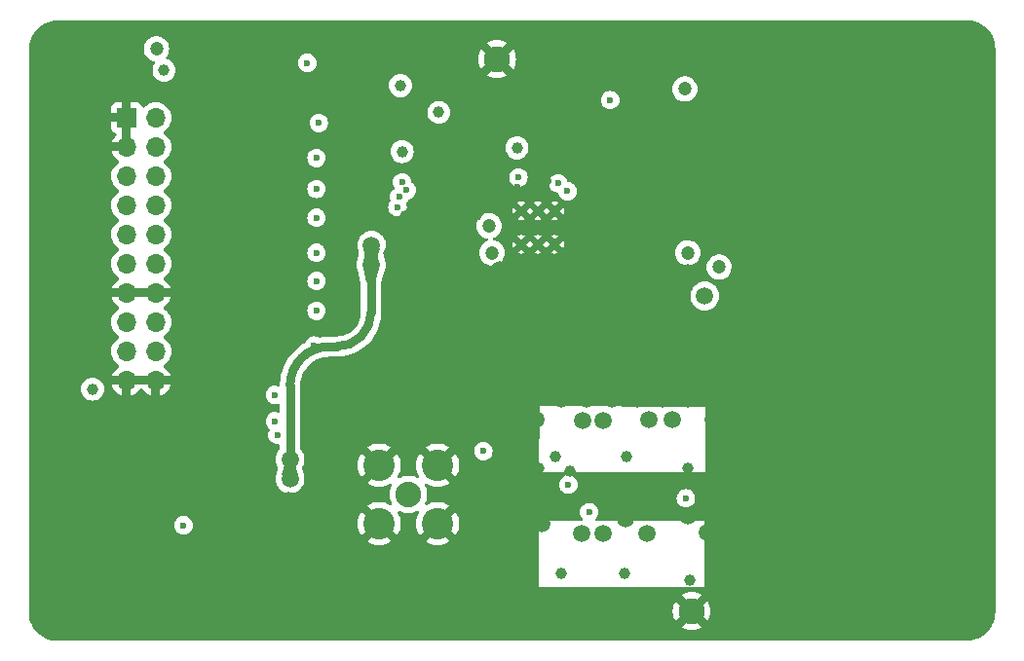
<source format=gbr>
%TF.GenerationSoftware,KiCad,Pcbnew,8.0.8-8.0.8-0~ubuntu22.04.1*%
%TF.CreationDate,2025-02-19T20:52:00+01:00*%
%TF.ProjectId,LO_synth_ADF4351_module,4c4f5f73-796e-4746-985f-414446343335,rev?*%
%TF.SameCoordinates,Original*%
%TF.FileFunction,Copper,L2,Inr*%
%TF.FilePolarity,Positive*%
%FSLAX46Y46*%
G04 Gerber Fmt 4.6, Leading zero omitted, Abs format (unit mm)*
G04 Created by KiCad (PCBNEW 8.0.8-8.0.8-0~ubuntu22.04.1) date 2025-02-19 20:52:00*
%MOMM*%
%LPD*%
G01*
G04 APERTURE LIST*
%TA.AperFunction,ComponentPad*%
%ADD10C,2.286000*%
%TD*%
%TA.AperFunction,HeatsinkPad*%
%ADD11C,0.600000*%
%TD*%
%TA.AperFunction,ComponentPad*%
%ADD12R,1.700000X1.700000*%
%TD*%
%TA.AperFunction,ComponentPad*%
%ADD13O,1.700000X1.700000*%
%TD*%
%TA.AperFunction,ComponentPad*%
%ADD14C,2.240000*%
%TD*%
%TA.AperFunction,ComponentPad*%
%ADD15C,2.740000*%
%TD*%
%TA.AperFunction,ViaPad*%
%ADD16C,0.700000*%
%TD*%
%TA.AperFunction,ViaPad*%
%ADD17C,1.000000*%
%TD*%
%TA.AperFunction,ViaPad*%
%ADD18C,1.500000*%
%TD*%
%TA.AperFunction,ViaPad*%
%ADD19C,0.800000*%
%TD*%
%TA.AperFunction,ViaPad*%
%ADD20C,0.600000*%
%TD*%
%TA.AperFunction,ViaPad*%
%ADD21C,5.000000*%
%TD*%
%TA.AperFunction,ViaPad*%
%ADD22C,1.200000*%
%TD*%
%TA.AperFunction,Conductor*%
%ADD23C,0.762000*%
%TD*%
%TA.AperFunction,Conductor*%
%ADD24C,0.254000*%
%TD*%
G04 APERTURE END LIST*
D10*
%TO.N,GND*%
%TO.C,J3*%
X104200000Y-37900000D03*
X121100000Y-85900000D03*
%TD*%
D11*
%TO.N,GND*%
%TO.C,U2*%
X106300000Y-51112500D03*
X106300000Y-54012500D03*
X107750000Y-51112500D03*
X107750000Y-54012500D03*
X109200000Y-51112500D03*
X109200000Y-54012500D03*
%TD*%
D12*
%TO.N,GND*%
%TO.C,J1*%
X72000000Y-43000000D03*
D13*
%TO.N,Net-(J1-Pin_2)*%
X74540000Y-43000000D03*
%TO.N,GND*%
X72000000Y-45540000D03*
%TO.N,Fref_IN*%
X74540000Y-45540000D03*
%TO.N,Mute_RF*%
X72000000Y-48080000D03*
%TO.N,LD*%
X74540000Y-48080000D03*
%TO.N,DATA*%
X72000000Y-50620000D03*
%TO.N,CLK*%
X74540000Y-50620000D03*
%TO.N,CE*%
X72000000Y-53160000D03*
%TO.N,LE*%
X74540000Y-53160000D03*
%TO.N,Net-(J1-Pin_11)*%
X72000000Y-55700000D03*
%TO.N,MUX*%
X74540000Y-55700000D03*
%TO.N,GND*%
X72000000Y-58240000D03*
X74540000Y-58240000D03*
%TO.N,LO_Buff_EN*%
X72000000Y-60780000D03*
%TO.N,~{RX_{EN}}*%
X74540000Y-60780000D03*
%TO.N,I2C_SCL*%
X72000000Y-63320000D03*
%TO.N,I2C_SDA*%
X74540000Y-63320000D03*
%TO.N,GND*%
X72000000Y-65860000D03*
X74540000Y-65860000D03*
%TD*%
D14*
%TO.N,Net-(J2-In)*%
%TO.C,J2*%
X96500000Y-75750000D03*
D15*
%TO.N,GND*%
X93960000Y-73210000D03*
X93960000Y-78290000D03*
X99040000Y-73210000D03*
X99040000Y-78290000D03*
%TD*%
D16*
%TO.N,GND*%
X109200000Y-52600000D03*
X107700000Y-52600000D03*
X106400000Y-52600000D03*
D17*
%TO.N,/3V8*%
X69037500Y-66600000D03*
X75262500Y-38862500D03*
%TO.N,GND*%
X101000000Y-70000000D03*
X89800000Y-58250000D03*
X126100000Y-72000000D03*
D18*
X124414433Y-86250000D03*
X145000000Y-71441176D03*
D17*
X78000000Y-58600000D03*
X105050000Y-80950000D03*
X75400000Y-70600000D03*
D18*
X116891658Y-35600000D03*
D19*
X97800000Y-35400000D03*
D17*
X100500000Y-44062500D03*
D18*
X116365380Y-67500000D03*
X67000000Y-42382352D03*
D20*
X128750000Y-40250000D03*
D17*
X88250000Y-79500000D03*
D18*
X145000000Y-56676464D03*
D17*
X102400000Y-51500000D03*
D20*
X83750000Y-54500000D03*
D17*
X119500000Y-62250000D03*
X120800000Y-73500000D03*
D20*
X85750000Y-51750000D03*
D18*
X117897057Y-86500000D03*
D17*
X124250000Y-82350000D03*
D18*
X129304807Y-86250000D03*
X118576918Y-67500000D03*
X113400000Y-79200000D03*
D17*
X98800000Y-40200000D03*
D20*
X85500000Y-57000000D03*
D17*
X98700000Y-56000000D03*
X105050000Y-77550000D03*
D18*
X103225935Y-86500000D03*
D20*
X81203284Y-37994963D03*
D18*
X90500000Y-83500000D03*
D17*
X124500000Y-70750000D03*
D18*
X76650000Y-86500000D03*
X114323528Y-38000000D03*
D17*
X118750000Y-46000000D03*
X88250000Y-81250000D03*
X82000000Y-72900000D03*
D18*
X116764704Y-38000000D03*
D17*
X67125000Y-62900000D03*
D18*
X107000000Y-38000000D03*
D17*
X128550000Y-70200000D03*
X102000000Y-72750000D03*
D20*
X106000000Y-49000000D03*
D17*
X89750000Y-50500000D03*
D18*
X90500000Y-69356618D03*
D17*
X102000000Y-80550000D03*
D21*
X142000000Y-41000000D03*
D17*
X104300000Y-61000000D03*
X80600000Y-63500000D03*
X105600000Y-44200000D03*
X67200000Y-66700000D03*
D18*
X67000000Y-52147056D03*
D17*
X99250000Y-70000000D03*
X92500000Y-82500000D03*
D20*
X83600000Y-38200000D03*
X108250000Y-41250000D03*
D18*
X65000000Y-54764712D03*
D19*
X88248152Y-35400000D03*
D20*
X85750000Y-54500000D03*
D18*
X134500000Y-73544120D03*
X117350000Y-69250000D03*
X123250000Y-63250000D03*
X109727772Y-35600000D03*
X128882360Y-38000000D03*
D20*
X122300000Y-75700000D03*
X82000000Y-59750000D03*
D18*
X76650000Y-84500000D03*
X114503696Y-35600000D03*
X114153842Y-67500000D03*
X104900000Y-69900000D03*
D20*
X108627000Y-48500000D03*
D17*
X71000000Y-75750000D03*
D20*
X102000000Y-48500000D03*
D17*
X89750000Y-52750000D03*
X111500000Y-48800000D03*
X99500000Y-82500000D03*
D18*
X134500000Y-39250000D03*
X121667582Y-35600000D03*
X90500000Y-78952206D03*
X130750000Y-75058824D03*
X107339810Y-35600000D03*
D20*
X127250000Y-45500000D03*
D17*
X121750000Y-47500000D03*
X110300000Y-44900000D03*
D20*
X117900000Y-57300000D03*
D18*
X130750000Y-65000000D03*
D20*
X117750000Y-46250000D03*
D18*
X119279620Y-35600000D03*
X100884614Y-67500000D03*
X105671122Y-86500000D03*
X111882352Y-38000000D03*
D17*
X77400000Y-61200000D03*
D18*
X121647056Y-38000000D03*
X130750000Y-72441176D03*
D20*
X128750000Y-43500000D03*
D17*
X76500000Y-50500000D03*
D18*
X133607392Y-35600000D03*
D17*
X100800000Y-61000000D03*
D18*
X145000000Y-69000000D03*
D17*
X131050000Y-62100000D03*
D18*
X65000000Y-66970592D03*
X134500000Y-85750000D03*
D20*
X100500000Y-48500000D03*
D17*
X102000000Y-71050000D03*
D18*
X130750000Y-77500000D03*
D17*
X115500000Y-57500000D03*
X131750000Y-49000000D03*
D18*
X65000000Y-44882352D03*
D17*
X94750000Y-61500000D03*
D18*
X109441176Y-38000000D03*
D17*
X109800000Y-82600000D03*
D19*
X83472228Y-35400000D03*
D17*
X77887500Y-50500000D03*
X131000000Y-59850000D03*
D18*
X134500000Y-63779416D03*
X126441176Y-38000000D03*
X93445187Y-86500000D03*
X107600000Y-69250000D03*
D20*
X128750000Y-48750000D03*
X84800000Y-71800000D03*
D17*
X126000000Y-79650000D03*
D18*
X65000000Y-64529416D03*
X125000000Y-65250000D03*
D19*
X71532418Y-35400000D03*
D18*
X130750000Y-67441176D03*
D17*
X94250000Y-82500000D03*
D18*
X65000000Y-69411768D03*
D17*
X113900000Y-62000000D03*
X95750000Y-62500000D03*
X124500000Y-62250000D03*
D18*
X120788456Y-67500000D03*
D17*
X67225000Y-55800000D03*
X110400000Y-77300000D03*
X96200000Y-51519000D03*
X102600000Y-61000000D03*
D18*
X124500000Y-58000000D03*
D17*
X102000000Y-74150000D03*
D18*
X69000000Y-36426472D03*
D17*
X116200000Y-46200000D03*
X76500000Y-47750000D03*
X113500000Y-57500000D03*
D18*
X108116309Y-86500000D03*
D19*
X100187962Y-35400000D03*
D18*
X145000000Y-49352936D03*
D17*
X125500000Y-81200000D03*
D18*
X88400000Y-86500000D03*
X76500000Y-80000000D03*
D17*
X120500000Y-44500000D03*
X128250000Y-53000000D03*
X97500000Y-70000000D03*
D18*
X65000000Y-42441176D03*
D20*
X122750000Y-43500000D03*
D17*
X126500000Y-53000000D03*
X92250000Y-70000000D03*
D18*
X134500000Y-51455880D03*
D20*
X82250000Y-49000000D03*
X84000000Y-57000000D03*
D17*
X67200000Y-69900000D03*
D18*
X90500000Y-66957721D03*
X98335561Y-86500000D03*
X145000000Y-46911760D03*
X67000000Y-37500000D03*
D17*
X110500000Y-73750000D03*
D18*
X145000000Y-66558824D03*
D17*
X95750000Y-70000000D03*
D18*
X65000000Y-62088240D03*
X119450000Y-69250000D03*
X112115734Y-35600000D03*
X65000000Y-40000000D03*
D17*
X102000000Y-44062500D03*
X89500000Y-55800000D03*
X104050000Y-78500000D03*
X75400000Y-69000000D03*
D18*
X91000000Y-86500000D03*
D17*
X88250000Y-77750000D03*
D18*
X145000000Y-61676472D03*
D17*
X123000000Y-51500000D03*
D20*
X81000000Y-42200000D03*
D18*
X117200000Y-79150000D03*
D17*
X126500000Y-44000000D03*
D20*
X123550000Y-77750000D03*
D18*
X86050000Y-76293750D03*
D17*
X78000000Y-55600000D03*
D18*
X65000000Y-49764704D03*
X123000000Y-67500000D03*
X67000000Y-49705880D03*
X134500000Y-75985296D03*
D17*
X99600000Y-51400000D03*
D18*
X68500000Y-74250000D03*
X90500000Y-74154412D03*
D17*
X110400000Y-46600000D03*
D18*
X123000000Y-69250000D03*
X90500000Y-81351103D03*
D17*
X90000000Y-47750000D03*
D18*
X72500000Y-76750000D03*
X113006683Y-86500000D03*
D17*
X125000000Y-56250000D03*
D18*
X122500000Y-79100000D03*
D17*
X93800000Y-39200000D03*
D21*
X142000000Y-82000000D03*
D20*
X84900000Y-68300000D03*
D17*
X91400000Y-39200000D03*
X115750000Y-56250000D03*
D20*
X85750000Y-59750000D03*
D17*
X119500000Y-64000000D03*
D18*
X134500000Y-49014704D03*
X109730766Y-67500000D03*
D19*
X95412038Y-35400000D03*
D18*
X104400000Y-56200000D03*
D17*
X82300000Y-81700000D03*
D19*
X90636114Y-35400000D03*
D18*
X145000000Y-51794112D03*
D17*
X89912500Y-61200000D03*
D18*
X67000000Y-39941176D03*
D20*
X81000000Y-43200000D03*
X118500000Y-41000000D03*
D17*
X126000000Y-78100000D03*
D18*
X110561496Y-86500000D03*
D17*
X110300000Y-43100000D03*
X126500000Y-51500000D03*
D20*
X114500000Y-46250000D03*
D17*
X88250000Y-74500000D03*
D18*
X100780748Y-86500000D03*
X120800000Y-77600000D03*
X126859620Y-86250000D03*
D17*
X103500000Y-82500000D03*
X100800000Y-81500000D03*
D18*
X90500000Y-71755515D03*
X128831468Y-35600000D03*
D20*
X78200000Y-37600000D03*
D18*
X113450000Y-69300000D03*
D17*
X88250000Y-72750000D03*
D18*
X134500000Y-46573528D03*
X119205880Y-38000000D03*
D20*
X104141720Y-49027070D03*
D18*
X98673076Y-67500000D03*
X95890374Y-86500000D03*
D17*
X77912500Y-47700000D03*
D20*
X81750000Y-51750000D03*
D18*
X86150000Y-86500000D03*
D19*
X76308342Y-35400000D03*
D20*
X84000000Y-59750000D03*
D18*
X111000000Y-55500000D03*
X65000000Y-71852944D03*
D17*
X120500000Y-46000000D03*
X83800000Y-83000000D03*
D18*
X65000000Y-59647064D03*
D17*
X77000000Y-45000000D03*
D18*
X90500000Y-76553309D03*
X134500000Y-80867648D03*
D17*
X87450000Y-83050000D03*
X91250000Y-60500000D03*
D18*
X126443506Y-35600000D03*
D17*
X103000000Y-79500000D03*
X97400000Y-40200000D03*
D18*
X90500000Y-64558824D03*
D17*
X103250000Y-41077000D03*
D18*
X115451870Y-86500000D03*
X104951848Y-35600000D03*
D17*
X94750000Y-54750000D03*
D20*
X82000000Y-57000000D03*
D17*
X107800000Y-73500000D03*
D18*
X134500000Y-68661768D03*
X134500000Y-71102944D03*
D17*
X103750000Y-44062500D03*
X126150000Y-73750000D03*
D20*
X84800000Y-38000000D03*
D18*
X134500000Y-61338240D03*
X131750000Y-86250000D03*
X134500000Y-41691176D03*
D17*
X115700000Y-62000000D03*
D18*
X108050000Y-78300000D03*
X134500000Y-78426472D03*
D17*
X71000000Y-70500000D03*
X77250000Y-70750000D03*
D18*
X96461538Y-67500000D03*
D20*
X82250000Y-46250000D03*
D17*
X110400000Y-41300000D03*
X77250000Y-69000000D03*
D18*
X67000000Y-47264704D03*
D17*
X121750000Y-49000000D03*
D18*
X145000000Y-54235288D03*
D19*
X81084266Y-35400000D03*
D17*
X105700000Y-59600000D03*
D18*
X102563886Y-35600000D03*
D17*
X124750000Y-51500000D03*
D18*
X130750000Y-82441176D03*
X67000000Y-44823528D03*
D20*
X115700000Y-55300000D03*
D18*
X105307690Y-67500000D03*
D17*
X94000000Y-70000000D03*
X97200000Y-56000000D03*
D18*
X111942304Y-67500000D03*
X115350000Y-77850000D03*
X65000000Y-52205880D03*
D17*
X90600000Y-43400000D03*
X79950000Y-79700000D03*
D20*
X85750000Y-49000000D03*
D19*
X73920380Y-35400000D03*
D17*
X115300000Y-82600000D03*
D18*
X130750000Y-70000000D03*
X116750000Y-63000000D03*
X131219430Y-35600000D03*
X116000000Y-53000000D03*
X118750000Y-60250000D03*
D20*
X81750000Y-54500000D03*
D17*
X102350000Y-83750000D03*
X85600000Y-83000000D03*
X99100000Y-61000000D03*
D18*
X67000000Y-72250000D03*
D17*
X67125000Y-60600000D03*
X102100000Y-56000000D03*
D18*
X131250000Y-38000000D03*
D17*
X90600000Y-41800000D03*
D18*
X79198130Y-86500000D03*
D20*
X104700000Y-72250000D03*
D17*
X123350000Y-73450000D03*
D18*
X145000000Y-64117648D03*
X134500000Y-66220592D03*
D20*
X124250000Y-41000000D03*
D18*
X103096152Y-67500000D03*
X94250000Y-67500000D03*
D17*
X76500000Y-72500000D03*
D20*
X121500000Y-46250000D03*
X84000000Y-46250000D03*
D17*
X97750000Y-82500000D03*
D18*
X81650000Y-86500000D03*
D17*
X122700000Y-83250000D03*
X127200000Y-77250000D03*
D20*
X97750000Y-48500000D03*
X117000000Y-40500000D03*
X84000000Y-49000000D03*
D18*
X107519228Y-67500000D03*
D17*
X78600000Y-42400000D03*
D21*
X70000000Y-82000000D03*
D18*
X111600000Y-69300000D03*
D17*
X79000000Y-72500000D03*
D18*
X134500000Y-44132352D03*
X145000000Y-76323528D03*
X65000000Y-47323528D03*
X134500000Y-58897064D03*
D20*
X85750000Y-46250000D03*
D17*
X126250000Y-62250000D03*
D18*
X74750000Y-78500000D03*
X124055544Y-35600000D03*
D17*
X100400000Y-56000000D03*
X82000000Y-78000000D03*
D20*
X85800000Y-38000000D03*
D18*
X134500000Y-53897056D03*
D17*
X88250000Y-76250000D03*
X97600000Y-59600000D03*
D18*
X84088504Y-86500000D03*
X145000000Y-73882352D03*
D17*
X111200000Y-62000000D03*
X103600000Y-74200000D03*
X81150000Y-80650000D03*
D20*
X106000000Y-57600000D03*
X119000000Y-43300000D03*
D18*
X111550000Y-79200000D03*
D17*
X109250000Y-72450000D03*
D20*
X84000000Y-51750000D03*
D17*
X83750000Y-78000000D03*
D18*
X76650000Y-82050000D03*
D20*
X99250000Y-48500000D03*
D18*
X145000000Y-59235296D03*
D19*
X85860190Y-35400000D03*
D18*
X124000000Y-38000000D03*
D17*
X115400000Y-72500000D03*
D18*
X120750000Y-56500000D03*
X65000000Y-57205888D03*
X130750000Y-80000000D03*
D20*
X111825001Y-65325001D03*
X105500000Y-73050000D03*
D17*
X96000000Y-82500000D03*
X120950000Y-83250000D03*
D18*
X112750000Y-63000000D03*
D17*
X80250000Y-78000000D03*
D18*
X134500000Y-56338232D03*
X134500000Y-83308824D03*
D20*
X112000000Y-41250000D03*
D19*
X78696304Y-35400000D03*
D17*
X77987500Y-53200000D03*
D19*
X93024076Y-35400000D03*
D20*
%TO.N,Net-(U2-LD)*%
X110313137Y-49391962D03*
X88700000Y-43450000D03*
%TO.N,3V3_ADF*%
X88300000Y-62800000D03*
D18*
X93300000Y-54100000D03*
X93250000Y-55800000D03*
X86200000Y-72700000D03*
X86200000Y-74400000D03*
X122250000Y-58500000D03*
D20*
X103000000Y-72000000D03*
%TO.N,Net-(U2-MUXOUT)*%
X88500000Y-59800000D03*
X106048624Y-48201376D03*
%TO.N,Net-(U2-PDB_{RF})*%
X109500000Y-48700000D03*
X88500000Y-46500000D03*
%TO.N,Net-(U2-CE)*%
X95544902Y-50763453D03*
X88500000Y-57200000D03*
%TO.N,Net-(U2-LE)*%
X88500000Y-54750000D03*
X95685421Y-49900000D03*
%TO.N,Net-(U2-DATA)*%
X96338193Y-49300000D03*
X88500000Y-51700000D03*
%TO.N,Net-(U2-CLK)*%
X95945142Y-48603211D03*
X88500000Y-49200000D03*
D17*
%TO.N,Net-(U2-REF_{IN})*%
X95950420Y-45950420D03*
X105925000Y-45619000D03*
D20*
%TO.N,Net-(C36-Pad2)*%
X112200000Y-77300000D03*
X76950000Y-78450000D03*
%TO.N,Net-(U101-Vcc)*%
X120600000Y-76100000D03*
D22*
%TO.N,Net-(U2-CP_{OUT})*%
X120750000Y-54750000D03*
X103750000Y-54750000D03*
D20*
%TO.N,LO_Buff_EN*%
X114031843Y-41470646D03*
D22*
%TO.N,/5V6*%
X74600000Y-37000000D03*
X120500000Y-40500000D03*
%TO.N,Net-(U2-SW)*%
X103496325Y-52403675D03*
X123500000Y-56000000D03*
D20*
%TO.N,Net-(U7-A2)*%
X84900000Y-67100000D03*
%TO.N,Net-(U7-A1)*%
X84900000Y-69400000D03*
%TO.N,Net-(U7-A0)*%
X85100000Y-70600000D03*
D17*
%TO.N,V_VCTCXO*%
X95800000Y-40200000D03*
%TO.N,Net-(U8-VDD)*%
X99131679Y-42531379D03*
D20*
%TO.N,3V3_VCTCXO*%
X87702297Y-38223000D03*
%TO.N,/3V3_LS*%
X110400000Y-74900000D03*
%TD*%
D23*
%TO.N,3V3_ADF*%
X93250000Y-59912563D02*
G75*
G02*
X92375032Y-62025032I-2987500J-37D01*
G01*
X87200000Y-63900000D02*
G75*
G03*
X86200006Y-66314213I2414200J-2414200D01*
G01*
X92375000Y-62025000D02*
G75*
G02*
X90262563Y-62899955I-2112400J2112500D01*
G01*
D24*
X93275000Y-54125000D02*
G75*
G03*
X93249982Y-54185355I60400J-60400D01*
G01*
D23*
X89614213Y-62900000D02*
G75*
G03*
X87199996Y-63899996I-13J-3414200D01*
G01*
X90262563Y-62900000D02*
X89614213Y-62900000D01*
X86200000Y-66314213D02*
X86200000Y-74400000D01*
D24*
X93300000Y-54100000D02*
X93275000Y-54125000D01*
D23*
X93250000Y-55800000D02*
X93250000Y-54185355D01*
X93250000Y-59912563D02*
X93250000Y-55800000D01*
%TD*%
%TA.AperFunction,Conductor*%
%TO.N,GND*%
G36*
X74139901Y-57932993D02*
G01*
X74074075Y-58047007D01*
X74040000Y-58174174D01*
X74040000Y-58305826D01*
X74074075Y-58432993D01*
X74139901Y-58547007D01*
X74207894Y-58615000D01*
X72332106Y-58615000D01*
X72400099Y-58547007D01*
X72465925Y-58432993D01*
X72500000Y-58305826D01*
X72500000Y-58174174D01*
X72465925Y-58047007D01*
X72400099Y-57932993D01*
X72332106Y-57865000D01*
X74207894Y-57865000D01*
X74139901Y-57932993D01*
G37*
%TD.AperFunction*%
%TA.AperFunction,Conductor*%
G36*
X144809367Y-34502947D02*
G01*
X144825050Y-34504692D01*
X144825071Y-34504469D01*
X144833155Y-34505202D01*
X144833164Y-34505204D01*
X144886389Y-34503050D01*
X144891392Y-34502950D01*
X144921995Y-34502950D01*
X144923894Y-34502967D01*
X145179330Y-34507342D01*
X145193530Y-34508405D01*
X145464370Y-34544423D01*
X145478376Y-34547113D01*
X145743279Y-34613992D01*
X145756885Y-34618273D01*
X146012354Y-34715129D01*
X146025377Y-34720944D01*
X146268039Y-34846498D01*
X146280307Y-34853769D01*
X146506946Y-35006356D01*
X146518288Y-35014981D01*
X146725911Y-35192590D01*
X146736198Y-35202470D01*
X146922038Y-35402732D01*
X146931122Y-35413727D01*
X147092748Y-35634020D01*
X147100510Y-35645986D01*
X147235759Y-35883364D01*
X147242096Y-35896142D01*
X147349198Y-36147494D01*
X147354025Y-36160915D01*
X147430156Y-36418179D01*
X147431553Y-36422898D01*
X147434807Y-36436785D01*
X147481737Y-36705936D01*
X147483375Y-36720104D01*
X147499295Y-36996441D01*
X147499500Y-37003573D01*
X147499500Y-85996249D01*
X147499274Y-86003736D01*
X147481728Y-86293794D01*
X147479923Y-86308659D01*
X147428219Y-86590798D01*
X147424635Y-86605336D01*
X147339306Y-86879167D01*
X147333997Y-86893168D01*
X147216275Y-87154736D01*
X147209316Y-87167995D01*
X147060928Y-87413459D01*
X147052422Y-87425782D01*
X146875526Y-87651573D01*
X146865596Y-87662781D01*
X146662781Y-87865596D01*
X146651573Y-87875526D01*
X146425782Y-88052422D01*
X146413459Y-88060928D01*
X146167995Y-88209316D01*
X146154736Y-88216275D01*
X145893168Y-88333997D01*
X145879167Y-88339306D01*
X145605336Y-88424635D01*
X145590798Y-88428219D01*
X145308659Y-88479923D01*
X145293794Y-88481728D01*
X145003736Y-88499274D01*
X144996249Y-88499500D01*
X66190733Y-88499500D01*
X66175055Y-88497757D01*
X66175035Y-88497980D01*
X66166941Y-88497246D01*
X66166935Y-88497246D01*
X66113704Y-88499399D01*
X66108695Y-88499500D01*
X66078287Y-88499500D01*
X66076164Y-88499482D01*
X66063077Y-88499257D01*
X65820498Y-88495103D01*
X65806275Y-88494039D01*
X65535166Y-88457984D01*
X65521160Y-88455294D01*
X65255984Y-88388346D01*
X65242378Y-88384065D01*
X64986641Y-88287108D01*
X64973618Y-88281293D01*
X64730717Y-88155616D01*
X64718446Y-88148343D01*
X64491571Y-87995594D01*
X64480218Y-87986962D01*
X64338342Y-87865596D01*
X64272386Y-87809174D01*
X64262102Y-87799297D01*
X64076066Y-87598823D01*
X64066982Y-87587828D01*
X63905197Y-87367318D01*
X63897435Y-87355352D01*
X63790685Y-87167995D01*
X63762037Y-87117715D01*
X63755706Y-87104947D01*
X63648494Y-86853333D01*
X63643670Y-86839922D01*
X63566055Y-86577650D01*
X63562806Y-86563782D01*
X63515825Y-86294341D01*
X63514188Y-86280175D01*
X63500705Y-86046121D01*
X63500500Y-86038990D01*
X63500500Y-85900000D01*
X119451920Y-85900000D01*
X119472211Y-86157820D01*
X119532582Y-86409285D01*
X119631549Y-86648213D01*
X119703707Y-86765962D01*
X120255839Y-86213830D01*
X120302430Y-86326310D01*
X120400924Y-86473717D01*
X120526283Y-86599076D01*
X120673690Y-86697570D01*
X120786168Y-86744160D01*
X120234036Y-87296291D01*
X120234036Y-87296292D01*
X120351786Y-87368450D01*
X120590714Y-87467417D01*
X120842179Y-87527788D01*
X121100000Y-87548079D01*
X121357820Y-87527788D01*
X121609285Y-87467417D01*
X121848209Y-87368451D01*
X121965961Y-87296291D01*
X121413830Y-86744160D01*
X121526310Y-86697570D01*
X121673717Y-86599076D01*
X121799076Y-86473717D01*
X121897570Y-86326310D01*
X121944160Y-86213830D01*
X122496291Y-86765961D01*
X122568451Y-86648209D01*
X122667417Y-86409285D01*
X122727788Y-86157820D01*
X122748079Y-85900000D01*
X122727788Y-85642179D01*
X122667417Y-85390714D01*
X122568450Y-85151786D01*
X122496291Y-85034036D01*
X121944160Y-85586168D01*
X121897570Y-85473690D01*
X121799076Y-85326283D01*
X121673717Y-85200924D01*
X121526310Y-85102430D01*
X121413830Y-85055839D01*
X121965962Y-84503707D01*
X121848213Y-84431549D01*
X121609285Y-84332582D01*
X121357820Y-84272211D01*
X121100000Y-84251920D01*
X120842179Y-84272211D01*
X120590714Y-84332582D01*
X120351786Y-84431549D01*
X120234036Y-84503707D01*
X120786169Y-85055839D01*
X120673690Y-85102430D01*
X120526283Y-85200924D01*
X120400924Y-85326283D01*
X120302430Y-85473690D01*
X120255839Y-85586168D01*
X119703707Y-85034036D01*
X119631549Y-85151786D01*
X119532582Y-85390714D01*
X119472211Y-85642179D01*
X119451920Y-85900000D01*
X63500500Y-85900000D01*
X63500500Y-78449996D01*
X76144435Y-78449996D01*
X76144435Y-78450003D01*
X76164630Y-78629249D01*
X76164631Y-78629254D01*
X76224211Y-78799523D01*
X76244520Y-78831844D01*
X76320184Y-78952262D01*
X76447738Y-79079816D01*
X76600478Y-79175789D01*
X76770745Y-79235368D01*
X76770750Y-79235369D01*
X76949996Y-79255565D01*
X76950000Y-79255565D01*
X76950004Y-79255565D01*
X77129249Y-79235369D01*
X77129252Y-79235368D01*
X77129255Y-79235368D01*
X77299522Y-79175789D01*
X77452262Y-79079816D01*
X77579816Y-78952262D01*
X77675789Y-78799522D01*
X77735368Y-78629255D01*
X77755565Y-78450000D01*
X77746970Y-78373718D01*
X77735369Y-78270750D01*
X77735368Y-78270745D01*
X77675788Y-78100476D01*
X77627221Y-78023182D01*
X77579816Y-77947738D01*
X77452262Y-77820184D01*
X77299523Y-77724211D01*
X77129254Y-77664631D01*
X77129249Y-77664630D01*
X76950004Y-77644435D01*
X76949996Y-77644435D01*
X76770750Y-77664630D01*
X76770745Y-77664631D01*
X76600476Y-77724211D01*
X76447737Y-77820184D01*
X76320184Y-77947737D01*
X76224211Y-78100476D01*
X76164631Y-78270745D01*
X76164630Y-78270750D01*
X76144435Y-78449996D01*
X63500500Y-78449996D01*
X63500500Y-66600000D01*
X68032159Y-66600000D01*
X68051475Y-66796129D01*
X68108688Y-66984733D01*
X68201586Y-67158532D01*
X68201590Y-67158539D01*
X68326616Y-67310883D01*
X68478960Y-67435909D01*
X68478967Y-67435913D01*
X68652766Y-67528811D01*
X68652769Y-67528811D01*
X68652773Y-67528814D01*
X68841368Y-67586024D01*
X69037500Y-67605341D01*
X69233632Y-67586024D01*
X69422227Y-67528814D01*
X69596038Y-67435910D01*
X69748383Y-67310883D01*
X69873410Y-67158538D01*
X69966314Y-66984727D01*
X70023524Y-66796132D01*
X70042841Y-66600000D01*
X70023524Y-66403868D01*
X69972298Y-66235000D01*
X70702858Y-66235000D01*
X70726566Y-66323483D01*
X70726570Y-66323492D01*
X70826399Y-66537578D01*
X70961894Y-66731082D01*
X71128917Y-66898105D01*
X71322421Y-67033600D01*
X71536507Y-67133429D01*
X71536516Y-67133433D01*
X71624999Y-67157142D01*
X72375000Y-67157142D01*
X72463483Y-67133433D01*
X72463492Y-67133429D01*
X72677578Y-67033600D01*
X72871082Y-66898105D01*
X73038105Y-66731082D01*
X73168425Y-66544968D01*
X73223002Y-66501344D01*
X73292501Y-66494151D01*
X73354855Y-66525673D01*
X73371575Y-66544968D01*
X73501894Y-66731082D01*
X73668917Y-66898105D01*
X73862421Y-67033600D01*
X74076507Y-67133429D01*
X74076516Y-67133433D01*
X74164999Y-67157142D01*
X74915000Y-67157142D01*
X75003483Y-67133433D01*
X75003492Y-67133429D01*
X75075190Y-67099996D01*
X84094435Y-67099996D01*
X84094435Y-67100003D01*
X84114630Y-67279249D01*
X84114631Y-67279254D01*
X84174211Y-67449523D01*
X84259981Y-67586024D01*
X84270184Y-67602262D01*
X84397738Y-67729816D01*
X84550478Y-67825789D01*
X84646456Y-67859373D01*
X84720745Y-67885368D01*
X84720750Y-67885369D01*
X84899996Y-67905565D01*
X84900000Y-67905565D01*
X84900004Y-67905565D01*
X85079249Y-67885369D01*
X85079252Y-67885368D01*
X85079255Y-67885368D01*
X85079256Y-67885367D01*
X85079259Y-67885367D01*
X85153544Y-67859373D01*
X85223323Y-67855810D01*
X85283951Y-67890539D01*
X85316178Y-67952532D01*
X85318500Y-67976414D01*
X85318500Y-68523585D01*
X85298815Y-68590624D01*
X85246011Y-68636379D01*
X85176853Y-68646323D01*
X85153546Y-68640627D01*
X85079257Y-68614632D01*
X85079249Y-68614630D01*
X84900004Y-68594435D01*
X84899996Y-68594435D01*
X84720750Y-68614630D01*
X84720745Y-68614631D01*
X84550476Y-68674211D01*
X84397737Y-68770184D01*
X84270184Y-68897737D01*
X84174211Y-69050476D01*
X84114631Y-69220745D01*
X84114630Y-69220750D01*
X84094435Y-69399996D01*
X84094435Y-69400003D01*
X84114630Y-69579249D01*
X84114631Y-69579254D01*
X84174211Y-69749523D01*
X84270184Y-69902262D01*
X84398514Y-70030592D01*
X84431999Y-70091915D01*
X84427015Y-70161607D01*
X84415827Y-70184244D01*
X84374212Y-70250474D01*
X84314631Y-70420745D01*
X84314630Y-70420750D01*
X84294435Y-70599996D01*
X84294435Y-70600003D01*
X84314630Y-70779249D01*
X84314631Y-70779254D01*
X84374211Y-70949523D01*
X84470184Y-71102262D01*
X84597738Y-71229816D01*
X84750478Y-71325789D01*
X84920745Y-71385368D01*
X84920750Y-71385369D01*
X85099996Y-71405565D01*
X85100000Y-71405565D01*
X85100003Y-71405565D01*
X85180616Y-71396482D01*
X85249438Y-71408536D01*
X85300818Y-71455885D01*
X85318500Y-71519702D01*
X85318500Y-71761662D01*
X85298815Y-71828701D01*
X85282181Y-71849343D01*
X85238402Y-71893121D01*
X85112900Y-72072357D01*
X85112898Y-72072361D01*
X85020426Y-72270668D01*
X85020422Y-72270677D01*
X84963793Y-72482020D01*
X84963793Y-72482024D01*
X84944723Y-72699997D01*
X84944723Y-72700002D01*
X84963793Y-72917975D01*
X84963793Y-72917979D01*
X85020422Y-73129322D01*
X85020424Y-73129326D01*
X85020425Y-73129330D01*
X85058041Y-73209998D01*
X85112898Y-73327639D01*
X85112900Y-73327643D01*
X85134434Y-73358396D01*
X85156761Y-73424602D01*
X85152952Y-73460400D01*
X85026217Y-73953259D01*
X85021861Y-73965432D01*
X85022276Y-73965583D01*
X85020425Y-73970668D01*
X84963793Y-74182020D01*
X84963793Y-74182023D01*
X84961866Y-74204047D01*
X84944723Y-74399997D01*
X84944723Y-74400002D01*
X84963793Y-74617975D01*
X84963793Y-74617979D01*
X85020422Y-74829322D01*
X85020424Y-74829326D01*
X85020425Y-74829330D01*
X85060539Y-74915354D01*
X85112897Y-75027638D01*
X85112898Y-75027639D01*
X85238402Y-75206877D01*
X85393123Y-75361598D01*
X85572361Y-75487102D01*
X85770670Y-75579575D01*
X85982023Y-75636207D01*
X86164926Y-75652208D01*
X86199998Y-75655277D01*
X86200000Y-75655277D01*
X86200002Y-75655277D01*
X86228254Y-75652805D01*
X86417977Y-75636207D01*
X86629330Y-75579575D01*
X86827639Y-75487102D01*
X87006877Y-75361598D01*
X87161598Y-75206877D01*
X87287102Y-75027639D01*
X87379575Y-74829330D01*
X87436207Y-74617977D01*
X87455277Y-74400000D01*
X87436207Y-74182023D01*
X87379575Y-73970670D01*
X87379573Y-73970665D01*
X87377720Y-73965573D01*
X87378143Y-73965418D01*
X87373779Y-73953255D01*
X87247046Y-73460399D01*
X87249415Y-73390571D01*
X87265565Y-73358396D01*
X87287102Y-73327639D01*
X87341959Y-73209998D01*
X92085223Y-73209998D01*
X92085223Y-73210001D01*
X92104306Y-73476810D01*
X92104307Y-73476817D01*
X92161163Y-73738181D01*
X92254643Y-73988812D01*
X92254645Y-73988816D01*
X92382833Y-74223575D01*
X92397072Y-74242596D01*
X93154107Y-73485561D01*
X93206740Y-73612626D01*
X93299762Y-73751844D01*
X93418156Y-73870238D01*
X93557374Y-73963260D01*
X93684437Y-74015891D01*
X92927401Y-74772926D01*
X92946423Y-74787166D01*
X93181183Y-74915354D01*
X93181187Y-74915356D01*
X93431818Y-75008836D01*
X93693182Y-75065692D01*
X93693189Y-75065693D01*
X93959999Y-75084777D01*
X93960001Y-75084777D01*
X94226810Y-75065693D01*
X94226817Y-75065692D01*
X94488181Y-75008836D01*
X94738812Y-74915356D01*
X94738816Y-74915354D01*
X94889912Y-74832849D01*
X94958184Y-74817997D01*
X95023649Y-74842413D01*
X95065521Y-74898347D01*
X95070505Y-74968038D01*
X95055071Y-75006463D01*
X95051659Y-75012030D01*
X95051656Y-75012036D01*
X94954049Y-75247681D01*
X94954044Y-75247698D01*
X94894502Y-75495710D01*
X94874489Y-75750000D01*
X94894502Y-76004289D01*
X94954044Y-76252301D01*
X94954049Y-76252318D01*
X95051656Y-76487963D01*
X95051658Y-76487966D01*
X95055068Y-76493531D01*
X95073310Y-76560977D01*
X95052193Y-76627579D01*
X94998420Y-76672191D01*
X94929064Y-76680649D01*
X94889912Y-76667150D01*
X94738816Y-76584645D01*
X94738812Y-76584643D01*
X94488181Y-76491163D01*
X94226817Y-76434307D01*
X94226810Y-76434306D01*
X93960001Y-76415223D01*
X93959999Y-76415223D01*
X93693189Y-76434306D01*
X93693182Y-76434307D01*
X93431818Y-76491163D01*
X93181187Y-76584643D01*
X93181183Y-76584645D01*
X92946418Y-76712837D01*
X92946415Y-76712839D01*
X92927402Y-76727071D01*
X92927401Y-76727072D01*
X93684437Y-77484108D01*
X93557374Y-77536740D01*
X93418156Y-77629762D01*
X93299762Y-77748156D01*
X93206740Y-77887374D01*
X93154108Y-78014437D01*
X92397072Y-77257401D01*
X92397071Y-77257402D01*
X92382839Y-77276415D01*
X92382837Y-77276418D01*
X92254645Y-77511183D01*
X92254643Y-77511187D01*
X92161163Y-77761818D01*
X92104307Y-78023182D01*
X92104306Y-78023189D01*
X92085223Y-78289998D01*
X92085223Y-78290001D01*
X92104306Y-78556810D01*
X92104307Y-78556817D01*
X92161163Y-78818181D01*
X92254643Y-79068812D01*
X92254645Y-79068816D01*
X92382833Y-79303575D01*
X92397072Y-79322596D01*
X93154107Y-78565561D01*
X93206740Y-78692626D01*
X93299762Y-78831844D01*
X93418156Y-78950238D01*
X93557374Y-79043260D01*
X93684437Y-79095891D01*
X92927401Y-79852926D01*
X92946423Y-79867166D01*
X93181183Y-79995354D01*
X93181187Y-79995356D01*
X93431818Y-80088836D01*
X93693182Y-80145692D01*
X93693189Y-80145693D01*
X93959999Y-80164777D01*
X93960001Y-80164777D01*
X94226810Y-80145693D01*
X94226817Y-80145692D01*
X94488181Y-80088836D01*
X94738812Y-79995356D01*
X94738816Y-79995354D01*
X94973582Y-79867162D01*
X94992597Y-79852927D01*
X94235561Y-79095891D01*
X94362626Y-79043260D01*
X94501844Y-78950238D01*
X94620238Y-78831844D01*
X94713260Y-78692626D01*
X94765891Y-78565561D01*
X95522927Y-79322597D01*
X95537162Y-79303582D01*
X95665354Y-79068816D01*
X95665356Y-79068812D01*
X95758836Y-78818181D01*
X95815692Y-78556817D01*
X95815693Y-78556810D01*
X95834777Y-78290001D01*
X95834777Y-78289998D01*
X95815693Y-78023189D01*
X95815692Y-78023182D01*
X95758836Y-77761818D01*
X95665356Y-77511187D01*
X95665354Y-77511183D01*
X95582849Y-77360087D01*
X95567997Y-77291814D01*
X95592414Y-77226350D01*
X95648347Y-77184478D01*
X95718039Y-77179494D01*
X95756471Y-77194933D01*
X95762033Y-77198341D01*
X95762036Y-77198343D01*
X95997681Y-77295950D01*
X95997683Y-77295950D01*
X95997689Y-77295953D01*
X96245714Y-77355498D01*
X96500000Y-77375511D01*
X96754286Y-77355498D01*
X97002311Y-77295953D01*
X97109459Y-77251571D01*
X97237963Y-77198343D01*
X97237964Y-77198341D01*
X97237967Y-77198341D01*
X97243523Y-77194935D01*
X97310968Y-77176688D01*
X97377571Y-77197801D01*
X97422187Y-77251571D01*
X97430651Y-77320926D01*
X97417150Y-77360087D01*
X97334645Y-77511183D01*
X97334643Y-77511187D01*
X97241163Y-77761818D01*
X97184307Y-78023182D01*
X97184306Y-78023189D01*
X97165223Y-78289998D01*
X97165223Y-78290001D01*
X97184306Y-78556810D01*
X97184307Y-78556817D01*
X97241163Y-78818181D01*
X97334643Y-79068812D01*
X97334645Y-79068816D01*
X97462833Y-79303575D01*
X97477072Y-79322596D01*
X98234107Y-78565561D01*
X98286740Y-78692626D01*
X98379762Y-78831844D01*
X98498156Y-78950238D01*
X98637374Y-79043260D01*
X98764437Y-79095891D01*
X98007401Y-79852926D01*
X98026423Y-79867166D01*
X98261183Y-79995354D01*
X98261187Y-79995356D01*
X98511818Y-80088836D01*
X98773182Y-80145692D01*
X98773189Y-80145693D01*
X99039999Y-80164777D01*
X99040001Y-80164777D01*
X99306810Y-80145693D01*
X99306817Y-80145692D01*
X99568181Y-80088836D01*
X99818812Y-79995356D01*
X99818816Y-79995354D01*
X100053582Y-79867162D01*
X100072597Y-79852927D01*
X99315561Y-79095891D01*
X99442626Y-79043260D01*
X99581844Y-78950238D01*
X99700238Y-78831844D01*
X99793260Y-78692626D01*
X99845891Y-78565561D01*
X100602927Y-79322597D01*
X100617162Y-79303582D01*
X100745354Y-79068816D01*
X100745356Y-79068812D01*
X100838836Y-78818181D01*
X100895692Y-78556817D01*
X100895693Y-78556810D01*
X100914777Y-78290001D01*
X100914777Y-78289998D01*
X100897611Y-78050000D01*
X107800000Y-78050000D01*
X107800000Y-83800000D01*
X122250000Y-83800000D01*
X122250000Y-78050000D01*
X112881440Y-78050000D01*
X112814401Y-78030315D01*
X112768646Y-77977511D01*
X112758702Y-77908353D01*
X112787727Y-77844797D01*
X112793759Y-77838319D01*
X112829816Y-77802262D01*
X112925789Y-77649522D01*
X112985368Y-77479255D01*
X112999312Y-77355497D01*
X113005565Y-77300003D01*
X113005565Y-77299996D01*
X112985369Y-77120750D01*
X112985368Y-77120745D01*
X112925788Y-76950476D01*
X112884878Y-76885368D01*
X112829816Y-76797738D01*
X112702262Y-76670184D01*
X112634457Y-76627579D01*
X112549523Y-76574211D01*
X112379254Y-76514631D01*
X112379249Y-76514630D01*
X112200004Y-76494435D01*
X112199996Y-76494435D01*
X112020750Y-76514630D01*
X112020745Y-76514631D01*
X111850476Y-76574211D01*
X111697737Y-76670184D01*
X111570184Y-76797737D01*
X111474211Y-76950476D01*
X111414631Y-77120745D01*
X111414630Y-77120750D01*
X111394435Y-77299996D01*
X111394435Y-77300003D01*
X111414630Y-77479249D01*
X111414631Y-77479254D01*
X111474211Y-77649523D01*
X111570184Y-77802262D01*
X111606241Y-77838319D01*
X111639726Y-77899642D01*
X111634742Y-77969334D01*
X111592870Y-78025267D01*
X111527406Y-78049684D01*
X111518560Y-78050000D01*
X107800000Y-78050000D01*
X100897611Y-78050000D01*
X100895693Y-78023189D01*
X100895692Y-78023182D01*
X100838836Y-77761818D01*
X100745356Y-77511187D01*
X100745354Y-77511183D01*
X100617166Y-77276424D01*
X100617166Y-77276423D01*
X100602926Y-77257401D01*
X99845891Y-78014436D01*
X99793260Y-77887374D01*
X99700238Y-77748156D01*
X99581844Y-77629762D01*
X99442626Y-77536740D01*
X99315561Y-77484107D01*
X100072596Y-76727072D01*
X100053575Y-76712833D01*
X99818816Y-76584645D01*
X99818812Y-76584643D01*
X99568181Y-76491163D01*
X99306817Y-76434307D01*
X99306810Y-76434306D01*
X99040001Y-76415223D01*
X99039999Y-76415223D01*
X98773189Y-76434306D01*
X98773182Y-76434307D01*
X98511818Y-76491163D01*
X98261187Y-76584643D01*
X98261183Y-76584645D01*
X98110087Y-76667150D01*
X98041814Y-76682002D01*
X97976349Y-76657585D01*
X97934478Y-76601651D01*
X97929494Y-76531960D01*
X97944936Y-76493523D01*
X97948343Y-76487963D01*
X98045950Y-76252318D01*
X98045949Y-76252318D01*
X98045953Y-76252311D01*
X98082520Y-76099996D01*
X119794435Y-76099996D01*
X119794435Y-76100003D01*
X119814630Y-76279249D01*
X119814631Y-76279254D01*
X119874211Y-76449523D01*
X119915122Y-76514632D01*
X119970184Y-76602262D01*
X120097738Y-76729816D01*
X120188080Y-76786582D01*
X120205833Y-76797737D01*
X120250478Y-76825789D01*
X120420745Y-76885368D01*
X120420750Y-76885369D01*
X120599996Y-76905565D01*
X120600000Y-76905565D01*
X120600004Y-76905565D01*
X120779249Y-76885369D01*
X120779252Y-76885368D01*
X120779255Y-76885368D01*
X120949522Y-76825789D01*
X121102262Y-76729816D01*
X121229816Y-76602262D01*
X121325789Y-76449522D01*
X121385368Y-76279255D01*
X121405565Y-76100000D01*
X121394781Y-76004289D01*
X121385369Y-75920750D01*
X121385368Y-75920745D01*
X121325788Y-75750476D01*
X121265970Y-75655277D01*
X121229816Y-75597738D01*
X121102262Y-75470184D01*
X120949523Y-75374211D01*
X120779254Y-75314631D01*
X120779249Y-75314630D01*
X120600004Y-75294435D01*
X120599996Y-75294435D01*
X120420750Y-75314630D01*
X120420745Y-75314631D01*
X120250476Y-75374211D01*
X120097737Y-75470184D01*
X119970184Y-75597737D01*
X119874211Y-75750476D01*
X119814631Y-75920745D01*
X119814630Y-75920750D01*
X119794435Y-76099996D01*
X98082520Y-76099996D01*
X98105498Y-76004286D01*
X98125511Y-75750000D01*
X98105498Y-75495714D01*
X98045953Y-75247689D01*
X97978473Y-75084777D01*
X97948343Y-75012036D01*
X97948341Y-75012033D01*
X97944933Y-75006471D01*
X97926688Y-74939025D01*
X97947804Y-74872423D01*
X98001576Y-74827809D01*
X98070932Y-74819349D01*
X98110087Y-74832849D01*
X98261183Y-74915354D01*
X98261187Y-74915356D01*
X98511818Y-75008836D01*
X98773182Y-75065692D01*
X98773189Y-75065693D01*
X99039999Y-75084777D01*
X99040001Y-75084777D01*
X99306810Y-75065693D01*
X99306817Y-75065692D01*
X99568181Y-75008836D01*
X99818812Y-74915356D01*
X99818816Y-74915354D01*
X99846942Y-74899996D01*
X109594435Y-74899996D01*
X109594435Y-74900003D01*
X109614630Y-75079249D01*
X109614631Y-75079254D01*
X109674211Y-75249523D01*
X109715122Y-75314632D01*
X109770184Y-75402262D01*
X109897738Y-75529816D01*
X109976926Y-75579573D01*
X110005833Y-75597737D01*
X110050478Y-75625789D01*
X110134750Y-75655277D01*
X110220745Y-75685368D01*
X110220750Y-75685369D01*
X110399996Y-75705565D01*
X110400000Y-75705565D01*
X110400004Y-75705565D01*
X110579249Y-75685369D01*
X110579252Y-75685368D01*
X110579255Y-75685368D01*
X110749522Y-75625789D01*
X110902262Y-75529816D01*
X111029816Y-75402262D01*
X111125789Y-75249522D01*
X111185368Y-75079255D01*
X111192942Y-75012033D01*
X111205565Y-74900003D01*
X111205565Y-74899996D01*
X111185369Y-74720750D01*
X111185368Y-74720745D01*
X111125789Y-74550478D01*
X111029816Y-74397738D01*
X110902262Y-74270184D01*
X110749523Y-74174211D01*
X110579254Y-74114631D01*
X110579249Y-74114630D01*
X110400004Y-74094435D01*
X110399996Y-74094435D01*
X110220750Y-74114630D01*
X110220745Y-74114631D01*
X110050476Y-74174211D01*
X109897737Y-74270184D01*
X109770184Y-74397737D01*
X109674211Y-74550476D01*
X109614631Y-74720745D01*
X109614630Y-74720750D01*
X109594435Y-74899996D01*
X99846942Y-74899996D01*
X100053582Y-74787162D01*
X100072597Y-74772927D01*
X99315561Y-74015891D01*
X99442626Y-73963260D01*
X99581844Y-73870238D01*
X99700238Y-73751844D01*
X99793260Y-73612626D01*
X99845891Y-73485561D01*
X100602927Y-74242597D01*
X100617162Y-74223582D01*
X100745354Y-73988816D01*
X100745356Y-73988812D01*
X100815779Y-73800000D01*
X107800000Y-73800000D01*
X122300000Y-73800000D01*
X122300000Y-68150001D01*
X122300000Y-68150000D01*
X122250172Y-68149826D01*
X107900000Y-68099999D01*
X107899999Y-68100000D01*
X107800000Y-73800000D01*
X100815779Y-73800000D01*
X100838836Y-73738181D01*
X100895692Y-73476817D01*
X100895693Y-73476810D01*
X100914777Y-73210001D01*
X100914777Y-73209998D01*
X100895693Y-72943189D01*
X100895692Y-72943182D01*
X100838836Y-72681818D01*
X100745356Y-72431187D01*
X100745354Y-72431183D01*
X100617166Y-72196424D01*
X100617166Y-72196423D01*
X100602926Y-72177401D01*
X99845891Y-72934436D01*
X99793260Y-72807374D01*
X99700238Y-72668156D01*
X99581844Y-72549762D01*
X99442626Y-72456740D01*
X99315562Y-72404108D01*
X99719673Y-71999996D01*
X102194435Y-71999996D01*
X102194435Y-72000003D01*
X102214630Y-72179249D01*
X102214631Y-72179254D01*
X102274211Y-72349523D01*
X102357465Y-72482020D01*
X102370184Y-72502262D01*
X102497738Y-72629816D01*
X102650478Y-72725789D01*
X102820745Y-72785368D01*
X102820750Y-72785369D01*
X102999996Y-72805565D01*
X103000000Y-72805565D01*
X103000004Y-72805565D01*
X103179249Y-72785369D01*
X103179252Y-72785368D01*
X103179255Y-72785368D01*
X103349522Y-72725789D01*
X103502262Y-72629816D01*
X103629816Y-72502262D01*
X103725789Y-72349522D01*
X103785368Y-72179255D01*
X103797412Y-72072361D01*
X103805565Y-72000003D01*
X103805565Y-71999996D01*
X103785369Y-71820750D01*
X103785368Y-71820745D01*
X103725788Y-71650476D01*
X103634156Y-71504645D01*
X103629816Y-71497738D01*
X103502262Y-71370184D01*
X103431608Y-71325789D01*
X103349523Y-71274211D01*
X103179254Y-71214631D01*
X103179249Y-71214630D01*
X103000004Y-71194435D01*
X102999996Y-71194435D01*
X102820750Y-71214630D01*
X102820745Y-71214631D01*
X102650476Y-71274211D01*
X102497737Y-71370184D01*
X102370184Y-71497737D01*
X102274211Y-71650476D01*
X102214631Y-71820745D01*
X102214630Y-71820750D01*
X102194435Y-71999996D01*
X99719673Y-71999996D01*
X100072597Y-71647072D01*
X100053575Y-71632833D01*
X99818816Y-71504645D01*
X99818812Y-71504643D01*
X99568181Y-71411163D01*
X99306817Y-71354307D01*
X99306810Y-71354306D01*
X99040001Y-71335223D01*
X99039999Y-71335223D01*
X98773189Y-71354306D01*
X98773182Y-71354307D01*
X98511818Y-71411163D01*
X98261187Y-71504643D01*
X98261183Y-71504645D01*
X98026418Y-71632837D01*
X98026415Y-71632839D01*
X98007402Y-71647071D01*
X98007401Y-71647072D01*
X98764437Y-72404108D01*
X98637374Y-72456740D01*
X98498156Y-72549762D01*
X98379762Y-72668156D01*
X98286740Y-72807374D01*
X98234108Y-72934437D01*
X97477072Y-72177401D01*
X97477071Y-72177402D01*
X97462839Y-72196415D01*
X97462837Y-72196418D01*
X97334645Y-72431183D01*
X97334643Y-72431187D01*
X97241163Y-72681818D01*
X97184307Y-72943182D01*
X97184306Y-72943189D01*
X97165223Y-73209998D01*
X97165223Y-73210001D01*
X97184306Y-73476810D01*
X97184307Y-73476817D01*
X97241163Y-73738181D01*
X97334643Y-73988812D01*
X97334645Y-73988816D01*
X97417150Y-74139912D01*
X97432002Y-74208185D01*
X97407585Y-74273649D01*
X97351652Y-74315521D01*
X97281960Y-74320505D01*
X97243531Y-74305068D01*
X97237966Y-74301658D01*
X97237963Y-74301656D01*
X97002318Y-74204049D01*
X97002301Y-74204044D01*
X96754289Y-74144502D01*
X96500000Y-74124489D01*
X96245710Y-74144502D01*
X95997698Y-74204044D01*
X95997681Y-74204049D01*
X95762036Y-74301656D01*
X95762030Y-74301659D01*
X95756463Y-74305071D01*
X95689016Y-74323310D01*
X95622415Y-74302190D01*
X95577806Y-74248414D01*
X95569351Y-74179058D01*
X95582849Y-74139912D01*
X95665354Y-73988816D01*
X95665356Y-73988812D01*
X95758836Y-73738181D01*
X95815692Y-73476817D01*
X95815693Y-73476810D01*
X95834777Y-73210001D01*
X95834777Y-73209998D01*
X95815693Y-72943189D01*
X95815692Y-72943182D01*
X95758836Y-72681818D01*
X95665356Y-72431187D01*
X95665354Y-72431183D01*
X95537166Y-72196424D01*
X95537166Y-72196423D01*
X95522926Y-72177401D01*
X94765891Y-72934437D01*
X94713260Y-72807374D01*
X94620238Y-72668156D01*
X94501844Y-72549762D01*
X94362626Y-72456740D01*
X94235562Y-72404108D01*
X94992597Y-71647072D01*
X94973575Y-71632833D01*
X94738816Y-71504645D01*
X94738812Y-71504643D01*
X94488181Y-71411163D01*
X94226817Y-71354307D01*
X94226810Y-71354306D01*
X93960001Y-71335223D01*
X93959999Y-71335223D01*
X93693189Y-71354306D01*
X93693182Y-71354307D01*
X93431818Y-71411163D01*
X93181187Y-71504643D01*
X93181183Y-71504645D01*
X92946418Y-71632837D01*
X92946415Y-71632839D01*
X92927402Y-71647071D01*
X92927401Y-71647072D01*
X93684437Y-72404108D01*
X93557374Y-72456740D01*
X93418156Y-72549762D01*
X93299762Y-72668156D01*
X93206740Y-72807374D01*
X93154108Y-72934437D01*
X92397072Y-72177401D01*
X92397071Y-72177402D01*
X92382839Y-72196415D01*
X92382837Y-72196418D01*
X92254645Y-72431183D01*
X92254643Y-72431187D01*
X92161163Y-72681818D01*
X92104307Y-72943182D01*
X92104306Y-72943189D01*
X92085223Y-73209998D01*
X87341959Y-73209998D01*
X87379575Y-73129330D01*
X87436207Y-72917977D01*
X87455277Y-72700000D01*
X87453498Y-72679670D01*
X87442133Y-72549762D01*
X87436207Y-72482023D01*
X87379575Y-72270670D01*
X87287102Y-72072362D01*
X87287100Y-72072359D01*
X87287099Y-72072357D01*
X87161597Y-71893121D01*
X87117819Y-71849343D01*
X87084334Y-71788020D01*
X87081500Y-71761662D01*
X87081500Y-66317689D01*
X87081695Y-66310737D01*
X87082824Y-66290624D01*
X87097034Y-66037579D01*
X87098588Y-66023780D01*
X87143834Y-65757482D01*
X87146923Y-65743947D01*
X87221699Y-65484390D01*
X87226291Y-65471270D01*
X87329647Y-65221744D01*
X87335680Y-65209215D01*
X87466331Y-64972820D01*
X87473729Y-64961046D01*
X87630031Y-64740758D01*
X87638687Y-64729904D01*
X87818638Y-64528538D01*
X87828465Y-64518713D01*
X88029900Y-64338699D01*
X88040762Y-64330035D01*
X88261054Y-64173730D01*
X88272817Y-64166339D01*
X88509229Y-64035680D01*
X88521735Y-64029657D01*
X88771273Y-63926297D01*
X88784393Y-63921705D01*
X89043954Y-63846927D01*
X89057485Y-63843839D01*
X89323781Y-63798594D01*
X89337575Y-63797040D01*
X89576635Y-63783616D01*
X89610846Y-63781695D01*
X89617798Y-63781500D01*
X90355035Y-63781500D01*
X90355925Y-63781456D01*
X90431472Y-63781457D01*
X90609028Y-63765925D01*
X90768008Y-63752019D01*
X90768012Y-63752018D01*
X90768026Y-63752017D01*
X91100734Y-63693357D01*
X91100738Y-63693356D01*
X91100746Y-63693354D01*
X91161148Y-63677170D01*
X91427064Y-63605923D01*
X91744531Y-63490380D01*
X92050720Y-63347609D01*
X92343301Y-63178695D01*
X92620048Y-62984924D01*
X92878853Y-62767771D01*
X92932291Y-62714334D01*
X92932344Y-62714287D01*
X92936936Y-62709694D01*
X92936940Y-62709692D01*
X92962385Y-62684245D01*
X92962524Y-62684169D01*
X92998360Y-62648330D01*
X92998361Y-62648331D01*
X93117804Y-62528883D01*
X93334960Y-62270075D01*
X93528733Y-61993326D01*
X93697649Y-61700741D01*
X93840422Y-61394548D01*
X93955966Y-61077077D01*
X94043401Y-60750744D01*
X94102062Y-60418032D01*
X94131502Y-60081474D01*
X94131500Y-59912552D01*
X94131500Y-59893368D01*
X94131500Y-58499997D01*
X120994723Y-58499997D01*
X120994723Y-58500002D01*
X121013793Y-58717975D01*
X121013793Y-58717979D01*
X121070422Y-58929322D01*
X121070424Y-58929326D01*
X121070425Y-58929330D01*
X121100784Y-58994435D01*
X121162897Y-59127638D01*
X121162898Y-59127639D01*
X121288402Y-59306877D01*
X121443123Y-59461598D01*
X121622361Y-59587102D01*
X121820670Y-59679575D01*
X122032023Y-59736207D01*
X122214926Y-59752208D01*
X122249998Y-59755277D01*
X122250000Y-59755277D01*
X122250002Y-59755277D01*
X122278254Y-59752805D01*
X122467977Y-59736207D01*
X122679330Y-59679575D01*
X122877639Y-59587102D01*
X123056877Y-59461598D01*
X123211598Y-59306877D01*
X123337102Y-59127639D01*
X123429575Y-58929330D01*
X123486207Y-58717977D01*
X123505277Y-58500000D01*
X123486207Y-58282023D01*
X123429575Y-58070670D01*
X123337102Y-57872362D01*
X123337100Y-57872359D01*
X123337099Y-57872357D01*
X123211599Y-57693124D01*
X123211596Y-57693121D01*
X123056877Y-57538402D01*
X122877639Y-57412898D01*
X122877640Y-57412898D01*
X122877638Y-57412897D01*
X122778484Y-57366661D01*
X122679330Y-57320425D01*
X122679326Y-57320424D01*
X122679322Y-57320422D01*
X122467977Y-57263793D01*
X122250002Y-57244723D01*
X122249998Y-57244723D01*
X122104682Y-57257436D01*
X122032023Y-57263793D01*
X122032020Y-57263793D01*
X121820677Y-57320422D01*
X121820668Y-57320426D01*
X121622361Y-57412898D01*
X121622357Y-57412900D01*
X121443121Y-57538402D01*
X121288402Y-57693121D01*
X121162900Y-57872357D01*
X121162898Y-57872361D01*
X121070426Y-58070668D01*
X121070422Y-58070677D01*
X121013793Y-58282020D01*
X121013793Y-58282024D01*
X120994723Y-58499997D01*
X94131500Y-58499997D01*
X94131500Y-57399081D01*
X94135407Y-57368200D01*
X94215774Y-57055659D01*
X94423780Y-56246740D01*
X94428146Y-56234582D01*
X94427720Y-56234427D01*
X94429573Y-56229334D01*
X94429572Y-56229334D01*
X94429575Y-56229330D01*
X94486207Y-56017977D01*
X94487780Y-55999999D01*
X122394785Y-55999999D01*
X122394785Y-56000000D01*
X122413602Y-56203082D01*
X122469417Y-56399247D01*
X122469422Y-56399260D01*
X122560327Y-56581821D01*
X122683237Y-56744581D01*
X122833958Y-56881980D01*
X122833960Y-56881982D01*
X122900703Y-56923307D01*
X123007363Y-56989348D01*
X123197544Y-57063024D01*
X123398024Y-57100500D01*
X123398026Y-57100500D01*
X123601974Y-57100500D01*
X123601976Y-57100500D01*
X123802456Y-57063024D01*
X123992637Y-56989348D01*
X124166041Y-56881981D01*
X124316764Y-56744579D01*
X124439673Y-56581821D01*
X124530582Y-56399250D01*
X124586397Y-56203083D01*
X124605215Y-56000000D01*
X124586397Y-55796917D01*
X124530582Y-55600750D01*
X124439673Y-55418179D01*
X124316764Y-55255421D01*
X124316762Y-55255418D01*
X124166041Y-55118019D01*
X124166039Y-55118017D01*
X123992642Y-55010655D01*
X123992635Y-55010651D01*
X123844033Y-54953083D01*
X123802456Y-54936976D01*
X123601976Y-54899500D01*
X123398024Y-54899500D01*
X123197544Y-54936976D01*
X123197541Y-54936976D01*
X123197541Y-54936977D01*
X123007364Y-55010651D01*
X123007357Y-55010655D01*
X122833960Y-55118017D01*
X122833958Y-55118019D01*
X122683237Y-55255418D01*
X122560327Y-55418178D01*
X122469422Y-55600739D01*
X122469417Y-55600752D01*
X122413602Y-55796917D01*
X122394785Y-55999999D01*
X94487780Y-55999999D01*
X94505277Y-55800000D01*
X94505007Y-55796917D01*
X94496528Y-55699999D01*
X94486207Y-55582023D01*
X94429575Y-55370670D01*
X94429573Y-55370665D01*
X94427720Y-55365573D01*
X94428143Y-55365418D01*
X94423779Y-55353255D01*
X94343140Y-55039653D01*
X94344489Y-54973054D01*
X94472489Y-54547565D01*
X94478851Y-54530883D01*
X94479034Y-54530488D01*
X94479575Y-54529330D01*
X94536207Y-54317977D01*
X94555277Y-54100000D01*
X94555055Y-54097468D01*
X94550232Y-54042337D01*
X94536207Y-53882023D01*
X94487146Y-53698924D01*
X94479577Y-53670677D01*
X94479576Y-53670676D01*
X94479575Y-53670670D01*
X94387102Y-53472362D01*
X94387100Y-53472359D01*
X94387099Y-53472357D01*
X94261599Y-53293124D01*
X94196097Y-53227622D01*
X94106877Y-53138402D01*
X93927639Y-53012898D01*
X93927640Y-53012898D01*
X93927638Y-53012897D01*
X93828484Y-52966661D01*
X93729330Y-52920425D01*
X93729326Y-52920424D01*
X93729322Y-52920422D01*
X93517977Y-52863793D01*
X93300002Y-52844723D01*
X93299998Y-52844723D01*
X93154682Y-52857436D01*
X93082023Y-52863793D01*
X93082020Y-52863793D01*
X92870677Y-52920422D01*
X92870668Y-52920426D01*
X92672361Y-53012898D01*
X92672357Y-53012900D01*
X92493121Y-53138402D01*
X92338402Y-53293121D01*
X92212900Y-53472357D01*
X92212898Y-53472361D01*
X92120426Y-53670668D01*
X92120422Y-53670677D01*
X92063793Y-53882020D01*
X92063793Y-53882024D01*
X92044723Y-54099997D01*
X92044723Y-54100002D01*
X92063793Y-54317975D01*
X92063793Y-54317979D01*
X92121299Y-54532593D01*
X92122686Y-54538308D01*
X92191198Y-54853007D01*
X92190129Y-54910266D01*
X92076217Y-55353259D01*
X92071861Y-55365432D01*
X92072276Y-55365583D01*
X92070425Y-55370668D01*
X92013793Y-55582020D01*
X92013793Y-55582023D01*
X92009422Y-55631980D01*
X91994993Y-55796917D01*
X91994723Y-55800000D01*
X92013793Y-56017977D01*
X92070425Y-56229330D01*
X92070426Y-56229332D01*
X92070428Y-56229339D01*
X92072277Y-56234421D01*
X92071862Y-56234571D01*
X92076216Y-56246738D01*
X92364593Y-57368201D01*
X92368500Y-57399082D01*
X92368500Y-59820620D01*
X92368499Y-59820646D01*
X92368499Y-59909096D01*
X92368304Y-59916047D01*
X92355651Y-60141417D01*
X92354094Y-60155235D01*
X92316871Y-60374330D01*
X92313777Y-60387887D01*
X92252257Y-60601441D01*
X92247665Y-60614565D01*
X92162623Y-60819886D01*
X92156590Y-60832415D01*
X92049091Y-61026929D01*
X92041693Y-61038703D01*
X91913094Y-61219954D01*
X91904425Y-61230826D01*
X91756614Y-61396233D01*
X91746784Y-61406063D01*
X91580797Y-61554390D01*
X91569926Y-61563059D01*
X91388679Y-61691655D01*
X91376905Y-61699053D01*
X91182399Y-61806548D01*
X91169871Y-61812581D01*
X90964549Y-61897624D01*
X90951424Y-61902216D01*
X90737878Y-61963734D01*
X90724321Y-61966828D01*
X90505230Y-62004049D01*
X90491412Y-62005606D01*
X90265248Y-62018304D01*
X90258297Y-62018499D01*
X90169641Y-62018499D01*
X90169621Y-62018500D01*
X89521330Y-62018500D01*
X89521208Y-62018506D01*
X89426657Y-62018506D01*
X89052977Y-62051197D01*
X89052973Y-62051197D01*
X88756381Y-62103494D01*
X88686942Y-62095750D01*
X88668878Y-62086372D01*
X88649525Y-62074212D01*
X88479254Y-62014631D01*
X88479249Y-62014630D01*
X88300004Y-61994435D01*
X88299996Y-61994435D01*
X88120750Y-62014630D01*
X88120745Y-62014631D01*
X87950476Y-62074211D01*
X87797737Y-62170184D01*
X87670184Y-62297737D01*
X87574212Y-62450475D01*
X87574210Y-62450479D01*
X87553767Y-62508898D01*
X87513044Y-62565673D01*
X87498728Y-62575327D01*
X87396832Y-62634158D01*
X87303931Y-62687795D01*
X87303930Y-62687796D01*
X87303913Y-62687806D01*
X86996656Y-62902949D01*
X86709310Y-63144062D01*
X86709298Y-63144073D01*
X86638080Y-63215291D01*
X86638079Y-63215290D01*
X86613008Y-63240362D01*
X86612988Y-63240372D01*
X86444062Y-63409299D01*
X86202943Y-63696654D01*
X85987801Y-64003909D01*
X85987785Y-64003935D01*
X85800238Y-64328776D01*
X85800230Y-64328791D01*
X85641704Y-64668752D01*
X85513409Y-65021243D01*
X85416330Y-65383558D01*
X85416326Y-65383574D01*
X85351192Y-65752972D01*
X85351192Y-65752976D01*
X85318500Y-66126656D01*
X85318500Y-66223585D01*
X85298815Y-66290624D01*
X85246011Y-66336379D01*
X85176853Y-66346323D01*
X85153546Y-66340627D01*
X85079257Y-66314632D01*
X85079249Y-66314630D01*
X84900004Y-66294435D01*
X84899996Y-66294435D01*
X84720750Y-66314630D01*
X84720745Y-66314631D01*
X84550476Y-66374211D01*
X84397737Y-66470184D01*
X84270184Y-66597737D01*
X84174211Y-66750476D01*
X84114631Y-66920745D01*
X84114630Y-66920750D01*
X84094435Y-67099996D01*
X75075190Y-67099996D01*
X75217578Y-67033600D01*
X75411082Y-66898105D01*
X75578105Y-66731082D01*
X75713600Y-66537578D01*
X75813429Y-66323492D01*
X75813433Y-66323483D01*
X75837142Y-66235000D01*
X74915000Y-66235000D01*
X74915000Y-67157142D01*
X74164999Y-67157142D01*
X74165000Y-67157141D01*
X74165000Y-66235000D01*
X72375000Y-66235000D01*
X72375000Y-67157142D01*
X71624999Y-67157142D01*
X71625000Y-67157141D01*
X71625000Y-66235000D01*
X70702858Y-66235000D01*
X69972298Y-66235000D01*
X69966314Y-66215273D01*
X69966311Y-66215269D01*
X69966311Y-66215266D01*
X69873413Y-66041467D01*
X69873409Y-66041460D01*
X69748383Y-65889116D01*
X69596039Y-65764090D01*
X69596032Y-65764086D01*
X69422233Y-65671188D01*
X69422227Y-65671186D01*
X69233632Y-65613976D01*
X69233629Y-65613975D01*
X69037500Y-65594659D01*
X68841370Y-65613975D01*
X68652766Y-65671188D01*
X68478967Y-65764086D01*
X68478960Y-65764090D01*
X68326616Y-65889116D01*
X68201590Y-66041460D01*
X68201586Y-66041467D01*
X68108688Y-66215266D01*
X68051475Y-66403870D01*
X68032159Y-66600000D01*
X63500500Y-66600000D01*
X63500500Y-48079999D01*
X70644341Y-48079999D01*
X70644341Y-48080000D01*
X70664936Y-48315403D01*
X70664938Y-48315413D01*
X70726094Y-48543655D01*
X70726096Y-48543659D01*
X70726097Y-48543663D01*
X70798998Y-48700000D01*
X70825965Y-48757830D01*
X70825967Y-48757834D01*
X70910987Y-48879254D01*
X70961501Y-48951396D01*
X70961506Y-48951402D01*
X71128597Y-49118493D01*
X71128603Y-49118498D01*
X71314158Y-49248425D01*
X71357783Y-49303002D01*
X71364977Y-49372500D01*
X71333454Y-49434855D01*
X71314158Y-49451575D01*
X71128597Y-49581505D01*
X70961505Y-49748597D01*
X70825965Y-49942169D01*
X70825964Y-49942171D01*
X70726098Y-50156335D01*
X70726094Y-50156344D01*
X70664938Y-50384586D01*
X70664936Y-50384596D01*
X70644341Y-50619999D01*
X70644341Y-50620000D01*
X70664936Y-50855403D01*
X70664938Y-50855413D01*
X70726094Y-51083655D01*
X70726096Y-51083659D01*
X70726097Y-51083663D01*
X70820703Y-51286546D01*
X70825965Y-51297830D01*
X70825967Y-51297834D01*
X70892791Y-51393268D01*
X70961501Y-51491396D01*
X70961506Y-51491402D01*
X71128597Y-51658493D01*
X71128603Y-51658498D01*
X71314158Y-51788425D01*
X71357783Y-51843002D01*
X71364977Y-51912500D01*
X71333454Y-51974855D01*
X71314158Y-51991575D01*
X71128597Y-52121505D01*
X70961505Y-52288597D01*
X70825965Y-52482169D01*
X70825964Y-52482171D01*
X70726098Y-52696335D01*
X70726094Y-52696344D01*
X70664938Y-52924586D01*
X70664936Y-52924596D01*
X70644341Y-53159999D01*
X70644341Y-53160000D01*
X70664936Y-53395403D01*
X70664938Y-53395413D01*
X70726094Y-53623655D01*
X70726096Y-53623659D01*
X70726097Y-53623663D01*
X70789976Y-53760651D01*
X70825965Y-53837830D01*
X70825967Y-53837834D01*
X70914751Y-53964630D01*
X70961501Y-54031396D01*
X70961506Y-54031402D01*
X71128597Y-54198493D01*
X71128603Y-54198498D01*
X71314158Y-54328425D01*
X71357783Y-54383002D01*
X71364977Y-54452500D01*
X71333454Y-54514855D01*
X71314158Y-54531575D01*
X71128597Y-54661505D01*
X70961505Y-54828597D01*
X70825965Y-55022169D01*
X70825964Y-55022171D01*
X70726098Y-55236335D01*
X70726094Y-55236344D01*
X70664938Y-55464586D01*
X70664936Y-55464596D01*
X70644341Y-55699999D01*
X70644341Y-55700000D01*
X70664936Y-55935403D01*
X70664938Y-55935413D01*
X70726094Y-56163655D01*
X70726096Y-56163659D01*
X70726097Y-56163663D01*
X70759652Y-56235621D01*
X70825965Y-56377830D01*
X70825967Y-56377834D01*
X70934281Y-56532521D01*
X70961501Y-56571396D01*
X70961506Y-56571402D01*
X71128597Y-56738493D01*
X71128603Y-56738498D01*
X71216403Y-56799976D01*
X71288524Y-56850476D01*
X71314594Y-56868730D01*
X71358219Y-56923307D01*
X71365413Y-56992805D01*
X71333890Y-57055160D01*
X71314595Y-57071880D01*
X71128922Y-57201890D01*
X71128920Y-57201891D01*
X70961891Y-57368920D01*
X70961886Y-57368926D01*
X70826400Y-57562420D01*
X70826399Y-57562422D01*
X70726570Y-57776507D01*
X70726566Y-57776516D01*
X70702857Y-57864999D01*
X70702858Y-57865000D01*
X71667894Y-57865000D01*
X71599901Y-57932993D01*
X71534075Y-58047007D01*
X71500000Y-58174174D01*
X71500000Y-58305826D01*
X71534075Y-58432993D01*
X71599901Y-58547007D01*
X71667894Y-58615000D01*
X70702858Y-58615000D01*
X70726566Y-58703483D01*
X70726570Y-58703492D01*
X70826399Y-58917578D01*
X70961894Y-59111082D01*
X71128917Y-59278105D01*
X71314595Y-59408119D01*
X71358219Y-59462696D01*
X71365412Y-59532195D01*
X71333890Y-59594549D01*
X71314595Y-59611269D01*
X71128594Y-59741508D01*
X70961505Y-59908597D01*
X70825965Y-60102169D01*
X70825964Y-60102171D01*
X70726098Y-60316335D01*
X70726094Y-60316344D01*
X70664938Y-60544586D01*
X70664936Y-60544596D01*
X70644341Y-60779999D01*
X70644341Y-60780000D01*
X70664936Y-61015403D01*
X70664938Y-61015413D01*
X70726094Y-61243655D01*
X70726096Y-61243659D01*
X70726097Y-61243663D01*
X70730000Y-61252032D01*
X70825965Y-61457830D01*
X70825967Y-61457834D01*
X70899647Y-61563059D01*
X70961501Y-61651396D01*
X70961506Y-61651402D01*
X71128597Y-61818493D01*
X71128603Y-61818498D01*
X71314158Y-61948425D01*
X71357783Y-62003002D01*
X71364977Y-62072500D01*
X71333454Y-62134855D01*
X71314158Y-62151575D01*
X71128597Y-62281505D01*
X70961505Y-62448597D01*
X70825965Y-62642169D01*
X70825964Y-62642171D01*
X70726098Y-62856335D01*
X70726094Y-62856344D01*
X70664938Y-63084586D01*
X70664936Y-63084596D01*
X70644341Y-63319999D01*
X70644341Y-63320000D01*
X70664936Y-63555403D01*
X70664938Y-63555413D01*
X70726094Y-63783655D01*
X70726096Y-63783659D01*
X70726097Y-63783663D01*
X70792609Y-63926297D01*
X70825965Y-63997830D01*
X70825967Y-63997834D01*
X70934281Y-64152521D01*
X70961501Y-64191396D01*
X70961506Y-64191402D01*
X71128597Y-64358493D01*
X71128603Y-64358498D01*
X71314594Y-64488730D01*
X71358219Y-64543307D01*
X71365413Y-64612805D01*
X71333890Y-64675160D01*
X71314595Y-64691880D01*
X71128922Y-64821890D01*
X71128920Y-64821891D01*
X70961891Y-64988920D01*
X70961886Y-64988926D01*
X70826400Y-65182420D01*
X70826399Y-65182422D01*
X70726570Y-65396507D01*
X70726566Y-65396516D01*
X70702857Y-65484999D01*
X70702858Y-65485000D01*
X71667894Y-65485000D01*
X71599901Y-65552993D01*
X71534075Y-65667007D01*
X71500000Y-65794174D01*
X71500000Y-65925826D01*
X71534075Y-66052993D01*
X71599901Y-66167007D01*
X71692993Y-66260099D01*
X71807007Y-66325925D01*
X71934174Y-66360000D01*
X72065826Y-66360000D01*
X72192993Y-66325925D01*
X72307007Y-66260099D01*
X72400099Y-66167007D01*
X72465925Y-66052993D01*
X72500000Y-65925826D01*
X72500000Y-65794174D01*
X72465925Y-65667007D01*
X72400099Y-65552993D01*
X72332106Y-65485000D01*
X74207894Y-65485000D01*
X74139901Y-65552993D01*
X74074075Y-65667007D01*
X74040000Y-65794174D01*
X74040000Y-65925826D01*
X74074075Y-66052993D01*
X74139901Y-66167007D01*
X74232993Y-66260099D01*
X74347007Y-66325925D01*
X74474174Y-66360000D01*
X74605826Y-66360000D01*
X74732993Y-66325925D01*
X74847007Y-66260099D01*
X74940099Y-66167007D01*
X75005925Y-66052993D01*
X75040000Y-65925826D01*
X75040000Y-65794174D01*
X75005925Y-65667007D01*
X74940099Y-65552993D01*
X74872106Y-65485000D01*
X75837142Y-65485000D01*
X75837142Y-65484999D01*
X75813433Y-65396516D01*
X75813429Y-65396507D01*
X75713600Y-65182422D01*
X75713599Y-65182420D01*
X75578113Y-64988926D01*
X75578108Y-64988920D01*
X75411078Y-64821890D01*
X75225405Y-64691879D01*
X75181780Y-64637302D01*
X75174588Y-64567804D01*
X75206110Y-64505449D01*
X75225406Y-64488730D01*
X75411401Y-64358495D01*
X75578495Y-64191401D01*
X75714035Y-63997830D01*
X75813903Y-63783663D01*
X75875063Y-63555408D01*
X75895659Y-63320000D01*
X75875063Y-63084592D01*
X75828626Y-62911285D01*
X75813905Y-62856344D01*
X75813904Y-62856343D01*
X75813903Y-62856337D01*
X75714035Y-62642171D01*
X75708425Y-62634158D01*
X75578494Y-62448597D01*
X75411402Y-62281506D01*
X75411396Y-62281501D01*
X75225842Y-62151575D01*
X75182217Y-62096998D01*
X75175023Y-62027500D01*
X75206546Y-61965145D01*
X75225842Y-61948425D01*
X75291835Y-61902216D01*
X75411401Y-61818495D01*
X75578495Y-61651401D01*
X75714035Y-61457830D01*
X75813903Y-61243663D01*
X75875063Y-61015408D01*
X75895659Y-60780000D01*
X75875063Y-60544592D01*
X75813903Y-60316337D01*
X75714035Y-60102171D01*
X75708425Y-60094158D01*
X75578494Y-59908597D01*
X75469892Y-59799996D01*
X87694435Y-59799996D01*
X87694435Y-59800003D01*
X87714630Y-59979249D01*
X87714631Y-59979254D01*
X87774211Y-60149523D01*
X87870184Y-60302262D01*
X87997738Y-60429816D01*
X88150478Y-60525789D01*
X88320745Y-60585368D01*
X88320750Y-60585369D01*
X88499996Y-60605565D01*
X88500000Y-60605565D01*
X88500004Y-60605565D01*
X88679249Y-60585369D01*
X88679252Y-60585368D01*
X88679255Y-60585368D01*
X88849522Y-60525789D01*
X89002262Y-60429816D01*
X89129816Y-60302262D01*
X89225789Y-60149522D01*
X89285368Y-59979255D01*
X89293329Y-59908599D01*
X89305565Y-59800003D01*
X89305565Y-59799996D01*
X89285369Y-59620750D01*
X89285368Y-59620745D01*
X89225788Y-59450476D01*
X89129815Y-59297737D01*
X89002262Y-59170184D01*
X88849523Y-59074211D01*
X88679254Y-59014631D01*
X88679249Y-59014630D01*
X88500004Y-58994435D01*
X88499996Y-58994435D01*
X88320750Y-59014630D01*
X88320745Y-59014631D01*
X88150476Y-59074211D01*
X87997737Y-59170184D01*
X87870184Y-59297737D01*
X87774211Y-59450476D01*
X87714631Y-59620745D01*
X87714630Y-59620750D01*
X87694435Y-59799996D01*
X75469892Y-59799996D01*
X75411402Y-59741506D01*
X75411401Y-59741505D01*
X75225405Y-59611269D01*
X75181781Y-59556692D01*
X75174588Y-59487193D01*
X75206110Y-59424839D01*
X75225405Y-59408119D01*
X75411082Y-59278105D01*
X75578105Y-59111082D01*
X75713600Y-58917578D01*
X75813429Y-58703492D01*
X75813433Y-58703483D01*
X75837142Y-58615000D01*
X74872106Y-58615000D01*
X74940099Y-58547007D01*
X75005925Y-58432993D01*
X75040000Y-58305826D01*
X75040000Y-58174174D01*
X75005925Y-58047007D01*
X74940099Y-57932993D01*
X74872106Y-57865000D01*
X75837142Y-57865000D01*
X75837142Y-57864999D01*
X75813433Y-57776516D01*
X75813429Y-57776507D01*
X75713600Y-57562422D01*
X75713599Y-57562420D01*
X75578113Y-57368926D01*
X75578108Y-57368920D01*
X75411078Y-57201890D01*
X75408373Y-57199996D01*
X87694435Y-57199996D01*
X87694435Y-57200003D01*
X87714630Y-57379249D01*
X87714631Y-57379254D01*
X87774211Y-57549523D01*
X87789796Y-57574326D01*
X87870184Y-57702262D01*
X87997738Y-57829816D01*
X88150478Y-57925789D01*
X88320745Y-57985368D01*
X88320750Y-57985369D01*
X88499996Y-58005565D01*
X88500000Y-58005565D01*
X88500004Y-58005565D01*
X88679249Y-57985369D01*
X88679252Y-57985368D01*
X88679255Y-57985368D01*
X88849522Y-57925789D01*
X89002262Y-57829816D01*
X89129816Y-57702262D01*
X89225789Y-57549522D01*
X89285368Y-57379255D01*
X89286532Y-57368926D01*
X89305565Y-57200003D01*
X89305565Y-57199996D01*
X89285369Y-57020750D01*
X89285368Y-57020745D01*
X89238026Y-56885449D01*
X89225789Y-56850478D01*
X89129816Y-56697738D01*
X89002262Y-56570184D01*
X88849523Y-56474211D01*
X88679254Y-56414631D01*
X88679249Y-56414630D01*
X88500004Y-56394435D01*
X88499996Y-56394435D01*
X88320750Y-56414630D01*
X88320745Y-56414631D01*
X88150476Y-56474211D01*
X87997737Y-56570184D01*
X87870184Y-56697737D01*
X87774211Y-56850476D01*
X87714631Y-57020745D01*
X87714630Y-57020750D01*
X87694435Y-57199996D01*
X75408373Y-57199996D01*
X75225405Y-57071879D01*
X75181780Y-57017302D01*
X75174588Y-56947804D01*
X75206110Y-56885449D01*
X75225406Y-56868730D01*
X75411401Y-56738495D01*
X75578495Y-56571401D01*
X75714035Y-56377830D01*
X75813903Y-56163663D01*
X75875063Y-55935408D01*
X75895659Y-55700000D01*
X75875063Y-55464592D01*
X75828626Y-55291285D01*
X75813905Y-55236344D01*
X75813904Y-55236343D01*
X75813903Y-55236337D01*
X75714035Y-55022171D01*
X75708425Y-55014158D01*
X75578494Y-54828597D01*
X75499893Y-54749996D01*
X87694435Y-54749996D01*
X87694435Y-54750003D01*
X87714630Y-54929249D01*
X87714631Y-54929254D01*
X87774211Y-55099523D01*
X87785832Y-55118017D01*
X87870184Y-55252262D01*
X87997738Y-55379816D01*
X88058791Y-55418178D01*
X88132648Y-55464586D01*
X88150478Y-55475789D01*
X88320745Y-55535368D01*
X88320750Y-55535369D01*
X88499996Y-55555565D01*
X88500000Y-55555565D01*
X88500004Y-55555565D01*
X88679249Y-55535369D01*
X88679252Y-55535368D01*
X88679255Y-55535368D01*
X88849522Y-55475789D01*
X89002262Y-55379816D01*
X89129816Y-55252262D01*
X89225789Y-55099522D01*
X89285368Y-54929255D01*
X89296709Y-54828599D01*
X89305565Y-54750003D01*
X89305565Y-54749996D01*
X89285369Y-54570750D01*
X89285368Y-54570745D01*
X89277030Y-54546917D01*
X89225789Y-54400478D01*
X89129816Y-54247738D01*
X89002262Y-54120184D01*
X88970143Y-54100002D01*
X88849523Y-54024211D01*
X88679254Y-53964631D01*
X88679249Y-53964630D01*
X88500004Y-53944435D01*
X88499996Y-53944435D01*
X88320750Y-53964630D01*
X88320745Y-53964631D01*
X88150476Y-54024211D01*
X87997737Y-54120184D01*
X87870184Y-54247737D01*
X87774211Y-54400476D01*
X87714631Y-54570745D01*
X87714630Y-54570750D01*
X87694435Y-54749996D01*
X75499893Y-54749996D01*
X75411402Y-54661506D01*
X75411396Y-54661501D01*
X75225842Y-54531575D01*
X75182217Y-54476998D01*
X75175023Y-54407500D01*
X75206546Y-54345145D01*
X75225842Y-54328425D01*
X75248026Y-54312891D01*
X75411401Y-54198495D01*
X75578495Y-54031401D01*
X75714035Y-53837830D01*
X75813903Y-53623663D01*
X75875063Y-53395408D01*
X75895659Y-53160000D01*
X75893769Y-53138403D01*
X75882789Y-53012897D01*
X75875063Y-52924592D01*
X75813903Y-52696337D01*
X75714035Y-52482171D01*
X75708425Y-52474158D01*
X75578494Y-52288597D01*
X75411402Y-52121506D01*
X75411396Y-52121501D01*
X75225842Y-51991575D01*
X75182217Y-51936998D01*
X75175023Y-51867500D01*
X75206546Y-51805145D01*
X75225842Y-51788425D01*
X75352121Y-51700003D01*
X75352131Y-51699996D01*
X87694435Y-51699996D01*
X87694435Y-51700003D01*
X87714630Y-51879249D01*
X87714631Y-51879254D01*
X87774211Y-52049523D01*
X87869135Y-52200592D01*
X87870184Y-52202262D01*
X87997738Y-52329816D01*
X88150478Y-52425789D01*
X88320745Y-52485368D01*
X88320750Y-52485369D01*
X88499996Y-52505565D01*
X88500000Y-52505565D01*
X88500004Y-52505565D01*
X88679249Y-52485369D01*
X88679252Y-52485368D01*
X88679255Y-52485368D01*
X88849522Y-52425789D01*
X88884718Y-52403674D01*
X102391110Y-52403674D01*
X102391110Y-52403675D01*
X102409927Y-52606757D01*
X102465742Y-52802922D01*
X102465747Y-52802935D01*
X102556652Y-52985496D01*
X102679562Y-53148256D01*
X102830283Y-53285655D01*
X102830285Y-53285657D01*
X102842345Y-53293124D01*
X103003688Y-53393023D01*
X103193869Y-53466699D01*
X103320120Y-53490299D01*
X103382399Y-53521966D01*
X103417672Y-53582278D01*
X103414738Y-53652086D01*
X103374530Y-53709227D01*
X103342128Y-53727813D01*
X103257370Y-53760648D01*
X103257357Y-53760655D01*
X103083960Y-53868017D01*
X103083958Y-53868019D01*
X102933237Y-54005418D01*
X102810327Y-54168178D01*
X102719422Y-54350739D01*
X102719417Y-54350752D01*
X102663602Y-54546917D01*
X102644785Y-54749999D01*
X102644785Y-54750000D01*
X102663602Y-54953082D01*
X102719417Y-55149247D01*
X102719422Y-55149260D01*
X102810327Y-55331821D01*
X102933237Y-55494581D01*
X103083958Y-55631980D01*
X103083960Y-55631982D01*
X103183141Y-55693392D01*
X103257363Y-55739348D01*
X103447544Y-55813024D01*
X103648024Y-55850500D01*
X103648026Y-55850500D01*
X103851974Y-55850500D01*
X103851976Y-55850500D01*
X104052456Y-55813024D01*
X104242637Y-55739348D01*
X104416041Y-55631981D01*
X104566764Y-55494579D01*
X104689673Y-55331821D01*
X104780582Y-55149250D01*
X104836397Y-54953083D01*
X104855184Y-54750337D01*
X105986424Y-54750337D01*
X106120858Y-54797377D01*
X106120861Y-54797378D01*
X106299997Y-54817562D01*
X106300003Y-54817562D01*
X106479138Y-54797378D01*
X106479141Y-54797377D01*
X106613573Y-54750337D01*
X107436424Y-54750337D01*
X107570858Y-54797377D01*
X107570861Y-54797378D01*
X107749997Y-54817562D01*
X107750003Y-54817562D01*
X107929138Y-54797378D01*
X107929141Y-54797377D01*
X108063573Y-54750337D01*
X108886424Y-54750337D01*
X109020858Y-54797377D01*
X109020861Y-54797378D01*
X109199997Y-54817562D01*
X109200003Y-54817562D01*
X109379138Y-54797378D01*
X109379141Y-54797377D01*
X109513573Y-54750337D01*
X109513235Y-54749999D01*
X119644785Y-54749999D01*
X119644785Y-54750000D01*
X119663602Y-54953082D01*
X119719417Y-55149247D01*
X119719422Y-55149260D01*
X119810327Y-55331821D01*
X119933237Y-55494581D01*
X120083958Y-55631980D01*
X120083960Y-55631982D01*
X120183141Y-55693392D01*
X120257363Y-55739348D01*
X120447544Y-55813024D01*
X120648024Y-55850500D01*
X120648026Y-55850500D01*
X120851974Y-55850500D01*
X120851976Y-55850500D01*
X121052456Y-55813024D01*
X121242637Y-55739348D01*
X121416041Y-55631981D01*
X121566764Y-55494579D01*
X121689673Y-55331821D01*
X121780582Y-55149250D01*
X121836397Y-54953083D01*
X121855215Y-54750000D01*
X121836397Y-54546917D01*
X121780582Y-54350750D01*
X121777791Y-54345145D01*
X121701356Y-54191642D01*
X121689673Y-54168179D01*
X121586383Y-54031401D01*
X121566762Y-54005418D01*
X121416041Y-53868019D01*
X121416039Y-53868017D01*
X121242642Y-53760655D01*
X121242635Y-53760651D01*
X121147546Y-53723814D01*
X121052456Y-53686976D01*
X120851976Y-53649500D01*
X120648024Y-53649500D01*
X120447544Y-53686976D01*
X120447541Y-53686976D01*
X120447541Y-53686977D01*
X120257364Y-53760651D01*
X120257357Y-53760655D01*
X120083960Y-53868017D01*
X120083958Y-53868019D01*
X119933237Y-54005418D01*
X119810327Y-54168178D01*
X119719422Y-54350739D01*
X119719417Y-54350752D01*
X119663602Y-54546917D01*
X119644785Y-54749999D01*
X109513235Y-54749999D01*
X109200001Y-54436764D01*
X109200000Y-54436764D01*
X108886424Y-54750337D01*
X108063573Y-54750337D01*
X107750001Y-54436764D01*
X107750000Y-54436764D01*
X107436424Y-54750337D01*
X106613573Y-54750337D01*
X106300001Y-54436764D01*
X106300000Y-54436764D01*
X105986424Y-54750337D01*
X104855184Y-54750337D01*
X104855215Y-54750000D01*
X104836397Y-54546917D01*
X104780582Y-54350750D01*
X104777791Y-54345145D01*
X104701356Y-54191642D01*
X104689673Y-54168179D01*
X104586383Y-54031401D01*
X104572108Y-54012497D01*
X105494938Y-54012497D01*
X105494938Y-54012502D01*
X105515122Y-54191642D01*
X105562160Y-54326073D01*
X105562161Y-54326074D01*
X105875736Y-54012500D01*
X105845899Y-53982663D01*
X106150000Y-53982663D01*
X106150000Y-54042337D01*
X106172836Y-54097468D01*
X106215032Y-54139664D01*
X106270163Y-54162500D01*
X106329837Y-54162500D01*
X106384968Y-54139664D01*
X106427164Y-54097468D01*
X106450000Y-54042337D01*
X106450000Y-54012500D01*
X106724264Y-54012500D01*
X107025000Y-54313236D01*
X107325736Y-54012500D01*
X107295899Y-53982663D01*
X107600000Y-53982663D01*
X107600000Y-54042337D01*
X107622836Y-54097468D01*
X107665032Y-54139664D01*
X107720163Y-54162500D01*
X107779837Y-54162500D01*
X107834968Y-54139664D01*
X107877164Y-54097468D01*
X107900000Y-54042337D01*
X107900000Y-54012500D01*
X108174264Y-54012500D01*
X108475000Y-54313236D01*
X108775736Y-54012500D01*
X108745899Y-53982663D01*
X109050000Y-53982663D01*
X109050000Y-54042337D01*
X109072836Y-54097468D01*
X109115032Y-54139664D01*
X109170163Y-54162500D01*
X109229837Y-54162500D01*
X109284968Y-54139664D01*
X109327164Y-54097468D01*
X109350000Y-54042337D01*
X109350000Y-54012499D01*
X109624264Y-54012499D01*
X109624264Y-54012500D01*
X109937837Y-54326073D01*
X109984877Y-54191641D01*
X109984878Y-54191638D01*
X110005062Y-54012502D01*
X110005062Y-54012497D01*
X109984878Y-53833361D01*
X109984877Y-53833358D01*
X109937837Y-53698925D01*
X109937837Y-53698924D01*
X109624264Y-54012499D01*
X109350000Y-54012499D01*
X109350000Y-53982663D01*
X109327164Y-53927532D01*
X109284968Y-53885336D01*
X109229837Y-53862500D01*
X109170163Y-53862500D01*
X109115032Y-53885336D01*
X109072836Y-53927532D01*
X109050000Y-53982663D01*
X108745899Y-53982663D01*
X108475000Y-53711764D01*
X108174264Y-54012500D01*
X107900000Y-54012500D01*
X107900000Y-53982663D01*
X107877164Y-53927532D01*
X107834968Y-53885336D01*
X107779837Y-53862500D01*
X107720163Y-53862500D01*
X107665032Y-53885336D01*
X107622836Y-53927532D01*
X107600000Y-53982663D01*
X107295899Y-53982663D01*
X107025000Y-53711764D01*
X106724264Y-54012500D01*
X106450000Y-54012500D01*
X106450000Y-53982663D01*
X106427164Y-53927532D01*
X106384968Y-53885336D01*
X106329837Y-53862500D01*
X106270163Y-53862500D01*
X106215032Y-53885336D01*
X106172836Y-53927532D01*
X106150000Y-53982663D01*
X105845899Y-53982663D01*
X105562160Y-53698924D01*
X105515122Y-53833357D01*
X105494938Y-54012497D01*
X104572108Y-54012497D01*
X104566762Y-54005418D01*
X104416041Y-53868019D01*
X104416039Y-53868017D01*
X104242642Y-53760655D01*
X104242635Y-53760651D01*
X104147546Y-53723814D01*
X104052456Y-53686976D01*
X103926205Y-53663375D01*
X103863925Y-53631708D01*
X103828652Y-53571395D01*
X103831586Y-53501587D01*
X103871795Y-53444447D01*
X103904195Y-53425861D01*
X103988962Y-53393023D01*
X104162366Y-53285656D01*
X104174428Y-53274660D01*
X105986424Y-53274660D01*
X106300000Y-53588236D01*
X106300001Y-53588236D01*
X106613574Y-53274661D01*
X106613573Y-53274660D01*
X107436424Y-53274660D01*
X107750000Y-53588236D01*
X107750001Y-53588236D01*
X108063574Y-53274661D01*
X108063573Y-53274660D01*
X108886424Y-53274660D01*
X109200000Y-53588236D01*
X109200001Y-53588236D01*
X109513574Y-53274661D01*
X109513573Y-53274660D01*
X109379142Y-53227622D01*
X109200003Y-53207438D01*
X109199997Y-53207438D01*
X109020857Y-53227622D01*
X108886424Y-53274660D01*
X108063573Y-53274660D01*
X107929142Y-53227622D01*
X107750003Y-53207438D01*
X107749997Y-53207438D01*
X107570857Y-53227622D01*
X107436424Y-53274660D01*
X106613573Y-53274660D01*
X106479142Y-53227622D01*
X106300003Y-53207438D01*
X106299997Y-53207438D01*
X106120857Y-53227622D01*
X105986424Y-53274660D01*
X104174428Y-53274660D01*
X104313089Y-53148254D01*
X104435998Y-52985496D01*
X104526907Y-52802925D01*
X104582722Y-52606758D01*
X104601540Y-52403675D01*
X104582722Y-52200592D01*
X104526907Y-52004425D01*
X104520508Y-51991575D01*
X104464580Y-51879255D01*
X104450181Y-51850337D01*
X105986424Y-51850337D01*
X106120858Y-51897377D01*
X106120861Y-51897378D01*
X106299997Y-51917562D01*
X106300003Y-51917562D01*
X106479138Y-51897378D01*
X106479141Y-51897377D01*
X106613574Y-51850337D01*
X107436424Y-51850337D01*
X107570858Y-51897377D01*
X107570861Y-51897378D01*
X107749997Y-51917562D01*
X107750003Y-51917562D01*
X107929138Y-51897378D01*
X107929141Y-51897377D01*
X108063573Y-51850337D01*
X108886424Y-51850337D01*
X109020858Y-51897377D01*
X109020861Y-51897378D01*
X109199997Y-51917562D01*
X109200003Y-51917562D01*
X109379138Y-51897378D01*
X109379141Y-51897377D01*
X109513574Y-51850337D01*
X109200001Y-51536764D01*
X109200000Y-51536764D01*
X108886424Y-51850337D01*
X108063573Y-51850337D01*
X107750001Y-51536764D01*
X107750000Y-51536764D01*
X107436424Y-51850337D01*
X106613574Y-51850337D01*
X106300001Y-51536764D01*
X106300000Y-51536764D01*
X105986424Y-51850337D01*
X104450181Y-51850337D01*
X104435998Y-51821854D01*
X104377029Y-51743766D01*
X104313087Y-51659093D01*
X104162366Y-51521694D01*
X104162364Y-51521692D01*
X103988967Y-51414330D01*
X103988960Y-51414326D01*
X103893871Y-51377489D01*
X103798781Y-51340651D01*
X103598301Y-51303175D01*
X103394349Y-51303175D01*
X103193869Y-51340651D01*
X103193866Y-51340651D01*
X103193866Y-51340652D01*
X103003689Y-51414326D01*
X103003682Y-51414330D01*
X102830285Y-51521692D01*
X102830283Y-51521694D01*
X102679562Y-51659093D01*
X102556652Y-51821853D01*
X102465747Y-52004414D01*
X102465742Y-52004427D01*
X102409927Y-52200592D01*
X102391110Y-52403674D01*
X88884718Y-52403674D01*
X89002262Y-52329816D01*
X89129816Y-52202262D01*
X89225789Y-52049522D01*
X89285368Y-51879255D01*
X89285369Y-51879249D01*
X89305565Y-51700003D01*
X89305565Y-51699996D01*
X89285369Y-51520750D01*
X89285368Y-51520745D01*
X89225788Y-51350476D01*
X89170331Y-51262217D01*
X89129816Y-51197738D01*
X89002262Y-51070184D01*
X88934382Y-51027532D01*
X88849523Y-50974211D01*
X88679254Y-50914631D01*
X88679249Y-50914630D01*
X88500004Y-50894435D01*
X88499996Y-50894435D01*
X88320750Y-50914630D01*
X88320745Y-50914631D01*
X88150476Y-50974211D01*
X87997737Y-51070184D01*
X87870184Y-51197737D01*
X87774211Y-51350476D01*
X87714631Y-51520745D01*
X87714630Y-51520750D01*
X87694435Y-51699996D01*
X75352131Y-51699996D01*
X75411401Y-51658495D01*
X75578495Y-51491401D01*
X75714035Y-51297830D01*
X75813903Y-51083663D01*
X75875063Y-50855408D01*
X75883109Y-50763449D01*
X94739337Y-50763449D01*
X94739337Y-50763456D01*
X94759532Y-50942702D01*
X94759533Y-50942707D01*
X94819113Y-51112976D01*
X94872373Y-51197738D01*
X94915086Y-51265715D01*
X95042640Y-51393269D01*
X95195380Y-51489242D01*
X95331190Y-51536764D01*
X95365647Y-51548821D01*
X95365652Y-51548822D01*
X95544898Y-51569018D01*
X95544902Y-51569018D01*
X95544906Y-51569018D01*
X95724151Y-51548822D01*
X95724154Y-51548821D01*
X95724157Y-51548821D01*
X95894424Y-51489242D01*
X96047164Y-51393269D01*
X96174718Y-51265715D01*
X96270691Y-51112975D01*
X96270858Y-51112497D01*
X105494938Y-51112497D01*
X105494938Y-51112502D01*
X105515122Y-51291642D01*
X105562160Y-51426073D01*
X105562161Y-51426074D01*
X105875736Y-51112500D01*
X105845899Y-51082663D01*
X106150000Y-51082663D01*
X106150000Y-51142337D01*
X106172836Y-51197468D01*
X106215032Y-51239664D01*
X106270163Y-51262500D01*
X106329837Y-51262500D01*
X106384968Y-51239664D01*
X106427164Y-51197468D01*
X106450000Y-51142337D01*
X106450000Y-51112500D01*
X106724264Y-51112500D01*
X107025000Y-51413236D01*
X107325736Y-51112500D01*
X107295899Y-51082663D01*
X107600000Y-51082663D01*
X107600000Y-51142337D01*
X107622836Y-51197468D01*
X107665032Y-51239664D01*
X107720163Y-51262500D01*
X107779837Y-51262500D01*
X107834968Y-51239664D01*
X107877164Y-51197468D01*
X107900000Y-51142337D01*
X107900000Y-51112500D01*
X108174264Y-51112500D01*
X108475000Y-51413236D01*
X108775736Y-51112500D01*
X108745899Y-51082663D01*
X109050000Y-51082663D01*
X109050000Y-51142337D01*
X109072836Y-51197468D01*
X109115032Y-51239664D01*
X109170163Y-51262500D01*
X109229837Y-51262500D01*
X109284968Y-51239664D01*
X109327164Y-51197468D01*
X109350000Y-51142337D01*
X109350000Y-51112499D01*
X109624264Y-51112499D01*
X109624264Y-51112500D01*
X109937837Y-51426073D01*
X109984877Y-51291641D01*
X109984878Y-51291638D01*
X110005062Y-51112502D01*
X110005062Y-51112497D01*
X109984878Y-50933361D01*
X109984877Y-50933358D01*
X109937837Y-50798925D01*
X109937837Y-50798924D01*
X109624264Y-51112499D01*
X109350000Y-51112499D01*
X109350000Y-51082663D01*
X109327164Y-51027532D01*
X109284968Y-50985336D01*
X109229837Y-50962500D01*
X109170163Y-50962500D01*
X109115032Y-50985336D01*
X109072836Y-51027532D01*
X109050000Y-51082663D01*
X108745899Y-51082663D01*
X108475000Y-50811764D01*
X108174264Y-51112500D01*
X107900000Y-51112500D01*
X107900000Y-51082663D01*
X107877164Y-51027532D01*
X107834968Y-50985336D01*
X107779837Y-50962500D01*
X107720163Y-50962500D01*
X107665032Y-50985336D01*
X107622836Y-51027532D01*
X107600000Y-51082663D01*
X107295899Y-51082663D01*
X107025000Y-50811764D01*
X106724264Y-51112500D01*
X106450000Y-51112500D01*
X106450000Y-51082663D01*
X106427164Y-51027532D01*
X106384968Y-50985336D01*
X106329837Y-50962500D01*
X106270163Y-50962500D01*
X106215032Y-50985336D01*
X106172836Y-51027532D01*
X106150000Y-51082663D01*
X105845899Y-51082663D01*
X105562160Y-50798924D01*
X105515122Y-50933357D01*
X105494938Y-51112497D01*
X96270858Y-51112497D01*
X96330270Y-50942708D01*
X96331323Y-50933361D01*
X96350467Y-50763456D01*
X96350467Y-50763449D01*
X96330271Y-50584203D01*
X96330269Y-50584193D01*
X96303725Y-50508337D01*
X96300162Y-50438558D01*
X96315771Y-50401410D01*
X96332579Y-50374660D01*
X105986424Y-50374660D01*
X106300000Y-50688236D01*
X106300001Y-50688236D01*
X106613574Y-50374661D01*
X106613573Y-50374660D01*
X107436424Y-50374660D01*
X107750000Y-50688236D01*
X107750001Y-50688236D01*
X108063574Y-50374661D01*
X108063573Y-50374660D01*
X108886424Y-50374660D01*
X109200000Y-50688236D01*
X109200001Y-50688236D01*
X109513574Y-50374661D01*
X109513573Y-50374660D01*
X109379142Y-50327622D01*
X109200003Y-50307438D01*
X109199997Y-50307438D01*
X109020857Y-50327622D01*
X108886424Y-50374660D01*
X108063573Y-50374660D01*
X107929142Y-50327622D01*
X107750003Y-50307438D01*
X107749997Y-50307438D01*
X107570857Y-50327622D01*
X107436424Y-50374660D01*
X106613573Y-50374660D01*
X106479142Y-50327622D01*
X106300003Y-50307438D01*
X106299997Y-50307438D01*
X106120857Y-50327622D01*
X105986424Y-50374660D01*
X96332579Y-50374660D01*
X96411210Y-50249522D01*
X96442118Y-50161188D01*
X96482839Y-50104414D01*
X96518202Y-50085104D01*
X96687715Y-50025789D01*
X96840455Y-49929816D01*
X96968009Y-49802262D01*
X97063982Y-49649522D01*
X97123561Y-49479255D01*
X97129585Y-49425789D01*
X97143758Y-49300003D01*
X97143758Y-49299996D01*
X97123562Y-49120750D01*
X97123561Y-49120745D01*
X97063981Y-48950476D01*
X97001148Y-48850478D01*
X96968009Y-48797738D01*
X96840455Y-48670184D01*
X96840453Y-48670182D01*
X96840450Y-48670180D01*
X96802553Y-48646368D01*
X96756261Y-48594034D01*
X96745304Y-48555257D01*
X96730511Y-48423961D01*
X96730510Y-48423956D01*
X96692527Y-48315408D01*
X96670931Y-48253689D01*
X96638058Y-48201372D01*
X105243059Y-48201372D01*
X105243059Y-48201379D01*
X105263254Y-48380625D01*
X105263255Y-48380630D01*
X105322835Y-48550899D01*
X105357831Y-48606594D01*
X105418808Y-48703638D01*
X105546362Y-48831192D01*
X105699102Y-48927165D01*
X105772174Y-48952734D01*
X105869369Y-48986744D01*
X105869374Y-48986745D01*
X106048620Y-49006941D01*
X106048624Y-49006941D01*
X106048628Y-49006941D01*
X106227873Y-48986745D01*
X106227876Y-48986744D01*
X106227879Y-48986744D01*
X106398146Y-48927165D01*
X106550886Y-48831192D01*
X106678440Y-48703638D01*
X106680728Y-48699996D01*
X108694435Y-48699996D01*
X108694435Y-48700003D01*
X108714630Y-48879249D01*
X108714631Y-48879254D01*
X108774211Y-49049523D01*
X108852558Y-49174211D01*
X108870184Y-49202262D01*
X108997738Y-49329816D01*
X109029861Y-49350000D01*
X109105833Y-49397737D01*
X109150478Y-49425789D01*
X109303258Y-49479249D01*
X109320745Y-49485368D01*
X109320750Y-49485369D01*
X109427568Y-49497404D01*
X109491982Y-49524470D01*
X109530727Y-49579670D01*
X109587347Y-49741483D01*
X109625537Y-49802262D01*
X109683321Y-49894224D01*
X109810875Y-50021778D01*
X109963615Y-50117751D01*
X110087757Y-50161190D01*
X110133882Y-50177330D01*
X110133887Y-50177331D01*
X110313133Y-50197527D01*
X110313137Y-50197527D01*
X110313141Y-50197527D01*
X110492386Y-50177331D01*
X110492389Y-50177330D01*
X110492392Y-50177330D01*
X110662659Y-50117751D01*
X110815399Y-50021778D01*
X110942953Y-49894224D01*
X111038926Y-49741484D01*
X111098505Y-49571217D01*
X111100842Y-49550476D01*
X111118702Y-49391965D01*
X111118702Y-49391958D01*
X111098506Y-49212712D01*
X111098505Y-49212707D01*
X111080666Y-49161726D01*
X111038926Y-49042440D01*
X111016620Y-49006941D01*
X110981719Y-48951396D01*
X110942953Y-48889700D01*
X110815399Y-48762146D01*
X110662660Y-48666173D01*
X110492391Y-48606593D01*
X110492387Y-48606592D01*
X110385568Y-48594557D01*
X110321154Y-48567490D01*
X110282410Y-48512292D01*
X110236340Y-48380631D01*
X110225789Y-48350478D01*
X110129816Y-48197738D01*
X110002262Y-48070184D01*
X109849523Y-47974211D01*
X109679254Y-47914631D01*
X109679249Y-47914630D01*
X109500004Y-47894435D01*
X109499996Y-47894435D01*
X109320750Y-47914630D01*
X109320745Y-47914631D01*
X109150476Y-47974211D01*
X108997737Y-48070184D01*
X108870184Y-48197737D01*
X108774211Y-48350476D01*
X108714631Y-48520745D01*
X108714630Y-48520750D01*
X108694435Y-48699996D01*
X106680728Y-48699996D01*
X106774413Y-48550898D01*
X106833992Y-48380631D01*
X106833993Y-48380625D01*
X106854189Y-48201379D01*
X106854189Y-48201372D01*
X106833993Y-48022126D01*
X106833992Y-48022121D01*
X106774413Y-47851854D01*
X106769852Y-47844596D01*
X106678439Y-47699113D01*
X106550886Y-47571560D01*
X106398147Y-47475587D01*
X106227878Y-47416007D01*
X106227873Y-47416006D01*
X106048628Y-47395811D01*
X106048620Y-47395811D01*
X105869374Y-47416006D01*
X105869369Y-47416007D01*
X105699100Y-47475587D01*
X105546361Y-47571560D01*
X105418808Y-47699113D01*
X105322835Y-47851852D01*
X105263255Y-48022121D01*
X105263254Y-48022126D01*
X105243059Y-48201372D01*
X96638058Y-48201372D01*
X96574958Y-48100949D01*
X96447404Y-47973395D01*
X96294665Y-47877422D01*
X96124396Y-47817842D01*
X96124391Y-47817841D01*
X95945146Y-47797646D01*
X95945138Y-47797646D01*
X95765892Y-47817841D01*
X95765887Y-47817842D01*
X95595618Y-47877422D01*
X95442879Y-47973395D01*
X95315326Y-48100948D01*
X95219353Y-48253687D01*
X95159773Y-48423956D01*
X95159772Y-48423961D01*
X95139577Y-48603207D01*
X95139577Y-48603214D01*
X95159772Y-48782460D01*
X95159773Y-48782465D01*
X95219353Y-48952734D01*
X95286142Y-49059028D01*
X95305142Y-49126265D01*
X95284774Y-49193100D01*
X95247121Y-49229993D01*
X95183161Y-49270182D01*
X95183158Y-49270184D01*
X95055605Y-49397737D01*
X94959632Y-49550476D01*
X94900052Y-49720745D01*
X94900051Y-49720750D01*
X94879856Y-49899996D01*
X94879856Y-49900003D01*
X94900052Y-50079252D01*
X94926598Y-50155118D01*
X94930159Y-50224897D01*
X94914550Y-50262044D01*
X94819113Y-50413929D01*
X94759533Y-50584198D01*
X94759532Y-50584203D01*
X94739337Y-50763449D01*
X75883109Y-50763449D01*
X75895659Y-50620000D01*
X75875063Y-50384592D01*
X75813903Y-50156337D01*
X75714035Y-49942171D01*
X75708425Y-49934158D01*
X75578494Y-49748597D01*
X75411402Y-49581506D01*
X75411396Y-49581501D01*
X75225842Y-49451575D01*
X75182217Y-49396998D01*
X75175023Y-49327500D01*
X75206546Y-49265145D01*
X75225842Y-49248425D01*
X75248026Y-49232891D01*
X75295005Y-49199996D01*
X87694435Y-49199996D01*
X87694435Y-49200003D01*
X87714630Y-49379249D01*
X87714631Y-49379254D01*
X87774211Y-49549523D01*
X87837045Y-49649522D01*
X87870184Y-49702262D01*
X87997738Y-49829816D01*
X88150478Y-49925789D01*
X88229540Y-49953454D01*
X88320745Y-49985368D01*
X88320750Y-49985369D01*
X88499996Y-50005565D01*
X88500000Y-50005565D01*
X88500004Y-50005565D01*
X88679249Y-49985369D01*
X88679252Y-49985368D01*
X88679255Y-49985368D01*
X88849522Y-49925789D01*
X89002262Y-49829816D01*
X89129816Y-49702262D01*
X89225789Y-49549522D01*
X89285368Y-49379255D01*
X89286129Y-49372500D01*
X89305565Y-49200003D01*
X89305565Y-49199996D01*
X89285369Y-49020750D01*
X89285368Y-49020745D01*
X89273471Y-48986745D01*
X89225789Y-48850478D01*
X89129816Y-48697738D01*
X89002262Y-48570184D01*
X88960054Y-48543663D01*
X88849523Y-48474211D01*
X88679254Y-48414631D01*
X88679249Y-48414630D01*
X88500004Y-48394435D01*
X88499996Y-48394435D01*
X88320750Y-48414630D01*
X88320745Y-48414631D01*
X88150476Y-48474211D01*
X87997737Y-48570184D01*
X87870184Y-48697737D01*
X87774211Y-48850476D01*
X87714631Y-49020745D01*
X87714630Y-49020750D01*
X87694435Y-49199996D01*
X75295005Y-49199996D01*
X75411401Y-49118495D01*
X75578495Y-48951401D01*
X75714035Y-48757830D01*
X75813903Y-48543663D01*
X75875063Y-48315408D01*
X75895659Y-48080000D01*
X75875063Y-47844592D01*
X75813903Y-47616337D01*
X75714035Y-47402171D01*
X75708425Y-47394158D01*
X75578494Y-47208597D01*
X75411402Y-47041506D01*
X75411396Y-47041501D01*
X75225842Y-46911575D01*
X75182217Y-46856998D01*
X75175023Y-46787500D01*
X75206546Y-46725145D01*
X75225842Y-46708425D01*
X75267502Y-46679254D01*
X75411401Y-46578495D01*
X75489900Y-46499996D01*
X87694435Y-46499996D01*
X87694435Y-46500003D01*
X87714630Y-46679249D01*
X87714631Y-46679254D01*
X87774211Y-46849523D01*
X87840965Y-46955760D01*
X87870184Y-47002262D01*
X87997738Y-47129816D01*
X88150478Y-47225789D01*
X88320745Y-47285368D01*
X88320750Y-47285369D01*
X88499996Y-47305565D01*
X88500000Y-47305565D01*
X88500004Y-47305565D01*
X88679249Y-47285369D01*
X88679252Y-47285368D01*
X88679255Y-47285368D01*
X88849522Y-47225789D01*
X89002262Y-47129816D01*
X89129816Y-47002262D01*
X89225789Y-46849522D01*
X89285368Y-46679255D01*
X89287391Y-46661303D01*
X89305565Y-46500003D01*
X89305565Y-46499996D01*
X89285369Y-46320750D01*
X89285368Y-46320745D01*
X89235258Y-46177539D01*
X89225789Y-46150478D01*
X89129816Y-45997738D01*
X89082498Y-45950420D01*
X94945079Y-45950420D01*
X94964395Y-46146549D01*
X95021608Y-46335153D01*
X95114506Y-46508952D01*
X95114510Y-46508959D01*
X95239536Y-46661303D01*
X95391880Y-46786329D01*
X95391887Y-46786333D01*
X95565686Y-46879231D01*
X95565689Y-46879231D01*
X95565693Y-46879234D01*
X95754288Y-46936444D01*
X95950420Y-46955761D01*
X96146552Y-46936444D01*
X96335147Y-46879234D01*
X96508958Y-46786330D01*
X96661303Y-46661303D01*
X96786330Y-46508958D01*
X96879234Y-46335147D01*
X96936444Y-46146552D01*
X96955761Y-45950420D01*
X96936444Y-45754288D01*
X96895405Y-45619000D01*
X104919659Y-45619000D01*
X104938975Y-45815129D01*
X104938976Y-45815132D01*
X104980015Y-45950420D01*
X104996188Y-46003733D01*
X105089086Y-46177532D01*
X105089090Y-46177539D01*
X105214116Y-46329883D01*
X105366460Y-46454909D01*
X105366467Y-46454913D01*
X105540266Y-46547811D01*
X105540269Y-46547811D01*
X105540273Y-46547814D01*
X105728868Y-46605024D01*
X105925000Y-46624341D01*
X106121132Y-46605024D01*
X106309727Y-46547814D01*
X106483538Y-46454910D01*
X106635883Y-46329883D01*
X106760910Y-46177538D01*
X106853814Y-46003727D01*
X106911024Y-45815132D01*
X106930341Y-45619000D01*
X106911024Y-45422868D01*
X106853814Y-45234273D01*
X106853811Y-45234269D01*
X106853811Y-45234266D01*
X106760913Y-45060467D01*
X106760909Y-45060460D01*
X106635883Y-44908116D01*
X106483539Y-44783090D01*
X106483532Y-44783086D01*
X106309733Y-44690188D01*
X106309727Y-44690186D01*
X106121132Y-44632976D01*
X106121129Y-44632975D01*
X105925000Y-44613659D01*
X105728870Y-44632975D01*
X105540266Y-44690188D01*
X105366467Y-44783086D01*
X105366460Y-44783090D01*
X105214116Y-44908116D01*
X105089090Y-45060460D01*
X105089086Y-45060467D01*
X104996188Y-45234266D01*
X104938975Y-45422870D01*
X104919659Y-45619000D01*
X96895405Y-45619000D01*
X96879234Y-45565693D01*
X96879231Y-45565689D01*
X96879231Y-45565686D01*
X96786333Y-45391887D01*
X96786329Y-45391880D01*
X96661303Y-45239536D01*
X96508959Y-45114510D01*
X96508952Y-45114506D01*
X96335153Y-45021608D01*
X96335147Y-45021606D01*
X96146552Y-44964396D01*
X96146549Y-44964395D01*
X95950420Y-44945079D01*
X95754290Y-44964395D01*
X95565686Y-45021608D01*
X95391887Y-45114506D01*
X95391880Y-45114510D01*
X95239536Y-45239536D01*
X95114510Y-45391880D01*
X95114506Y-45391887D01*
X95021608Y-45565686D01*
X94964395Y-45754290D01*
X94945079Y-45950420D01*
X89082498Y-45950420D01*
X89002262Y-45870184D01*
X88965376Y-45847007D01*
X88849523Y-45774211D01*
X88679254Y-45714631D01*
X88679249Y-45714630D01*
X88500004Y-45694435D01*
X88499996Y-45694435D01*
X88320750Y-45714630D01*
X88320745Y-45714631D01*
X88150476Y-45774211D01*
X87997737Y-45870184D01*
X87870184Y-45997737D01*
X87774211Y-46150476D01*
X87714631Y-46320745D01*
X87714630Y-46320750D01*
X87694435Y-46499996D01*
X75489900Y-46499996D01*
X75578495Y-46411401D01*
X75714035Y-46217830D01*
X75813903Y-46003663D01*
X75875063Y-45775408D01*
X75895659Y-45540000D01*
X75875063Y-45304592D01*
X75813903Y-45076337D01*
X75714035Y-44862171D01*
X75708731Y-44854595D01*
X75578494Y-44668597D01*
X75411402Y-44501506D01*
X75411396Y-44501501D01*
X75225842Y-44371575D01*
X75182217Y-44316998D01*
X75175023Y-44247500D01*
X75206546Y-44185145D01*
X75225842Y-44168425D01*
X75334865Y-44092086D01*
X75411401Y-44038495D01*
X75578495Y-43871401D01*
X75714035Y-43677830D01*
X75813903Y-43463663D01*
X75817565Y-43449996D01*
X87894435Y-43449996D01*
X87894435Y-43450003D01*
X87914630Y-43629249D01*
X87914631Y-43629254D01*
X87974211Y-43799523D01*
X88035991Y-43897844D01*
X88070184Y-43952262D01*
X88197738Y-44079816D01*
X88217266Y-44092086D01*
X88347686Y-44174035D01*
X88350478Y-44175789D01*
X88440217Y-44207190D01*
X88520745Y-44235368D01*
X88520750Y-44235369D01*
X88699996Y-44255565D01*
X88700000Y-44255565D01*
X88700004Y-44255565D01*
X88879249Y-44235369D01*
X88879252Y-44235368D01*
X88879255Y-44235368D01*
X89049522Y-44175789D01*
X89202262Y-44079816D01*
X89329816Y-43952262D01*
X89425789Y-43799522D01*
X89485368Y-43629255D01*
X89495794Y-43536720D01*
X89505565Y-43450003D01*
X89505565Y-43449996D01*
X89485369Y-43270750D01*
X89485368Y-43270745D01*
X89425788Y-43100476D01*
X89329815Y-42947737D01*
X89202262Y-42820184D01*
X89049523Y-42724211D01*
X88879254Y-42664631D01*
X88879249Y-42664630D01*
X88700004Y-42644435D01*
X88699996Y-42644435D01*
X88520750Y-42664630D01*
X88520745Y-42664631D01*
X88350476Y-42724211D01*
X88197737Y-42820184D01*
X88070184Y-42947737D01*
X87974211Y-43100476D01*
X87914631Y-43270745D01*
X87914630Y-43270750D01*
X87894435Y-43449996D01*
X75817565Y-43449996D01*
X75875063Y-43235408D01*
X75895659Y-43000000D01*
X75875063Y-42764592D01*
X75813903Y-42536337D01*
X75811591Y-42531379D01*
X98126338Y-42531379D01*
X98145654Y-42727508D01*
X98202867Y-42916112D01*
X98295765Y-43089911D01*
X98295769Y-43089918D01*
X98420795Y-43242262D01*
X98573139Y-43367288D01*
X98573146Y-43367292D01*
X98746945Y-43460190D01*
X98746948Y-43460190D01*
X98746952Y-43460193D01*
X98935547Y-43517403D01*
X99131679Y-43536720D01*
X99327811Y-43517403D01*
X99516406Y-43460193D01*
X99535484Y-43449996D01*
X99628834Y-43400099D01*
X99690217Y-43367289D01*
X99842562Y-43242262D01*
X99967589Y-43089917D01*
X100043586Y-42947737D01*
X100060490Y-42916112D01*
X100060490Y-42916111D01*
X100060493Y-42916106D01*
X100117703Y-42727511D01*
X100137020Y-42531379D01*
X100117703Y-42335247D01*
X100060493Y-42146652D01*
X100060490Y-42146648D01*
X100060490Y-42146645D01*
X99967592Y-41972846D01*
X99967588Y-41972839D01*
X99842562Y-41820495D01*
X99690218Y-41695469D01*
X99690211Y-41695465D01*
X99516412Y-41602567D01*
X99516406Y-41602565D01*
X99327811Y-41545355D01*
X99327808Y-41545354D01*
X99131679Y-41526038D01*
X98935549Y-41545354D01*
X98746945Y-41602567D01*
X98573146Y-41695465D01*
X98573139Y-41695469D01*
X98420795Y-41820495D01*
X98295769Y-41972839D01*
X98295765Y-41972846D01*
X98202867Y-42146645D01*
X98145654Y-42335249D01*
X98126338Y-42531379D01*
X75811591Y-42531379D01*
X75714035Y-42322171D01*
X75667713Y-42256015D01*
X75578494Y-42128597D01*
X75411402Y-41961506D01*
X75411395Y-41961501D01*
X75217834Y-41825967D01*
X75217830Y-41825965D01*
X75146727Y-41792809D01*
X75003663Y-41726097D01*
X75003659Y-41726096D01*
X75003655Y-41726094D01*
X74775413Y-41664938D01*
X74775403Y-41664936D01*
X74540001Y-41644341D01*
X74539999Y-41644341D01*
X74304596Y-41664936D01*
X74304586Y-41664938D01*
X74076344Y-41726094D01*
X74076335Y-41726098D01*
X73862171Y-41825964D01*
X73862169Y-41825965D01*
X73668600Y-41961503D01*
X73546284Y-42083819D01*
X73484961Y-42117303D01*
X73415269Y-42112319D01*
X73359336Y-42070447D01*
X73342421Y-42039470D01*
X73293354Y-41907913D01*
X73293350Y-41907906D01*
X73207190Y-41792812D01*
X73207187Y-41792809D01*
X73092093Y-41706649D01*
X73092086Y-41706645D01*
X72957379Y-41656403D01*
X72957372Y-41656401D01*
X72897844Y-41650000D01*
X72375000Y-41650000D01*
X72375000Y-42667894D01*
X72307007Y-42599901D01*
X72192993Y-42534075D01*
X72065826Y-42500000D01*
X71934174Y-42500000D01*
X71807007Y-42534075D01*
X71692993Y-42599901D01*
X71599901Y-42692993D01*
X71534075Y-42807007D01*
X71500000Y-42934174D01*
X71500000Y-43065826D01*
X71534075Y-43192993D01*
X71599901Y-43307007D01*
X71692993Y-43400099D01*
X71807007Y-43465925D01*
X71934174Y-43500000D01*
X72065826Y-43500000D01*
X72192993Y-43465925D01*
X72307007Y-43400099D01*
X72375000Y-43332106D01*
X72375000Y-45207894D01*
X72307007Y-45139901D01*
X72192993Y-45074075D01*
X72065826Y-45040000D01*
X71934174Y-45040000D01*
X71807007Y-45074075D01*
X71692993Y-45139901D01*
X71599901Y-45232993D01*
X71534075Y-45347007D01*
X71500000Y-45474174D01*
X71500000Y-45605826D01*
X71534075Y-45732993D01*
X71599901Y-45847007D01*
X71667894Y-45915000D01*
X70702858Y-45915000D01*
X70726566Y-46003483D01*
X70726570Y-46003492D01*
X70826399Y-46217578D01*
X70961894Y-46411082D01*
X71128917Y-46578105D01*
X71314595Y-46708119D01*
X71358219Y-46762696D01*
X71365412Y-46832195D01*
X71333890Y-46894549D01*
X71314595Y-46911269D01*
X71128594Y-47041508D01*
X70961505Y-47208597D01*
X70825965Y-47402169D01*
X70825964Y-47402171D01*
X70726098Y-47616335D01*
X70726094Y-47616344D01*
X70664938Y-47844586D01*
X70664936Y-47844596D01*
X70644341Y-48079999D01*
X63500500Y-48079999D01*
X63500500Y-43897844D01*
X70650000Y-43897844D01*
X70656401Y-43957372D01*
X70656403Y-43957379D01*
X70706645Y-44092086D01*
X70706649Y-44092093D01*
X70792809Y-44207187D01*
X70792812Y-44207190D01*
X70907906Y-44293350D01*
X70907913Y-44293354D01*
X71039986Y-44342614D01*
X71095920Y-44384485D01*
X71120337Y-44449949D01*
X71105486Y-44518222D01*
X71084335Y-44546477D01*
X70961886Y-44668926D01*
X70826400Y-44862420D01*
X70826399Y-44862422D01*
X70726570Y-45076507D01*
X70726566Y-45076516D01*
X70702857Y-45164999D01*
X70702858Y-45165000D01*
X71625000Y-45165000D01*
X71625000Y-43375000D01*
X70650000Y-43375000D01*
X70650000Y-43897844D01*
X63500500Y-43897844D01*
X63500500Y-42102155D01*
X70650000Y-42102155D01*
X70650000Y-42625000D01*
X71625000Y-42625000D01*
X71625000Y-41650000D01*
X71102155Y-41650000D01*
X71042627Y-41656401D01*
X71042620Y-41656403D01*
X70907913Y-41706645D01*
X70907906Y-41706649D01*
X70792812Y-41792809D01*
X70792809Y-41792812D01*
X70706649Y-41907906D01*
X70706645Y-41907913D01*
X70656403Y-42042620D01*
X70656401Y-42042627D01*
X70650000Y-42102155D01*
X63500500Y-42102155D01*
X63500500Y-41470642D01*
X113226278Y-41470642D01*
X113226278Y-41470649D01*
X113246473Y-41649895D01*
X113246474Y-41649900D01*
X113306054Y-41820169D01*
X113361183Y-41907906D01*
X113402027Y-41972908D01*
X113529581Y-42100462D01*
X113682321Y-42196435D01*
X113852588Y-42256014D01*
X113852593Y-42256015D01*
X114031839Y-42276211D01*
X114031843Y-42276211D01*
X114031847Y-42276211D01*
X114211092Y-42256015D01*
X114211095Y-42256014D01*
X114211098Y-42256014D01*
X114381365Y-42196435D01*
X114534105Y-42100462D01*
X114661659Y-41972908D01*
X114757632Y-41820168D01*
X114817211Y-41649901D01*
X114817212Y-41649895D01*
X114837408Y-41470649D01*
X114837408Y-41470642D01*
X114817212Y-41291396D01*
X114817211Y-41291391D01*
X114757631Y-41121122D01*
X114661658Y-40968383D01*
X114534105Y-40840830D01*
X114381366Y-40744857D01*
X114211097Y-40685277D01*
X114211092Y-40685276D01*
X114031847Y-40665081D01*
X114031839Y-40665081D01*
X113852593Y-40685276D01*
X113852588Y-40685277D01*
X113682319Y-40744857D01*
X113529580Y-40840830D01*
X113402027Y-40968383D01*
X113306054Y-41121122D01*
X113246474Y-41291391D01*
X113246473Y-41291396D01*
X113226278Y-41470642D01*
X63500500Y-41470642D01*
X63500500Y-40200000D01*
X94794659Y-40200000D01*
X94813975Y-40396129D01*
X94871188Y-40584733D01*
X94964086Y-40758532D01*
X94964090Y-40758539D01*
X95089116Y-40910883D01*
X95241460Y-41035909D01*
X95241467Y-41035913D01*
X95415266Y-41128811D01*
X95415269Y-41128811D01*
X95415273Y-41128814D01*
X95603868Y-41186024D01*
X95800000Y-41205341D01*
X95996132Y-41186024D01*
X96184727Y-41128814D01*
X96358538Y-41035910D01*
X96510883Y-40910883D01*
X96635910Y-40758538D01*
X96728814Y-40584727D01*
X96754516Y-40499999D01*
X119394785Y-40499999D01*
X119394785Y-40500000D01*
X119413602Y-40703082D01*
X119469417Y-40899247D01*
X119469422Y-40899260D01*
X119560327Y-41081821D01*
X119683237Y-41244581D01*
X119833958Y-41381980D01*
X119833960Y-41381982D01*
X119933141Y-41443392D01*
X120007363Y-41489348D01*
X120197544Y-41563024D01*
X120398024Y-41600500D01*
X120398026Y-41600500D01*
X120601974Y-41600500D01*
X120601976Y-41600500D01*
X120802456Y-41563024D01*
X120992637Y-41489348D01*
X121166041Y-41381981D01*
X121316764Y-41244579D01*
X121439673Y-41081821D01*
X121530582Y-40899250D01*
X121586397Y-40703083D01*
X121605215Y-40500000D01*
X121586397Y-40296917D01*
X121530582Y-40100750D01*
X121439673Y-39918179D01*
X121316764Y-39755421D01*
X121316762Y-39755418D01*
X121166041Y-39618019D01*
X121166039Y-39618017D01*
X120992642Y-39510655D01*
X120992635Y-39510651D01*
X120881034Y-39467417D01*
X120802456Y-39436976D01*
X120601976Y-39399500D01*
X120398024Y-39399500D01*
X120197544Y-39436976D01*
X120197541Y-39436976D01*
X120197541Y-39436977D01*
X120007364Y-39510651D01*
X120007357Y-39510655D01*
X119833960Y-39618017D01*
X119833958Y-39618019D01*
X119683237Y-39755418D01*
X119560327Y-39918178D01*
X119469422Y-40100739D01*
X119469417Y-40100752D01*
X119413602Y-40296917D01*
X119394785Y-40499999D01*
X96754516Y-40499999D01*
X96786024Y-40396132D01*
X96805341Y-40200000D01*
X96786024Y-40003868D01*
X96728814Y-39815273D01*
X96728811Y-39815269D01*
X96728811Y-39815266D01*
X96635913Y-39641467D01*
X96635909Y-39641460D01*
X96510883Y-39489116D01*
X96358539Y-39364090D01*
X96358532Y-39364086D01*
X96184733Y-39271188D01*
X96184727Y-39271186D01*
X95996132Y-39213976D01*
X95996129Y-39213975D01*
X95800000Y-39194659D01*
X95603870Y-39213975D01*
X95415266Y-39271188D01*
X95241467Y-39364086D01*
X95241460Y-39364090D01*
X95089116Y-39489116D01*
X94964090Y-39641460D01*
X94964086Y-39641467D01*
X94871188Y-39815266D01*
X94813975Y-40003870D01*
X94794659Y-40200000D01*
X63500500Y-40200000D01*
X63500500Y-36999999D01*
X73494785Y-36999999D01*
X73494785Y-37000000D01*
X73513602Y-37203082D01*
X73569417Y-37399247D01*
X73569422Y-37399260D01*
X73660327Y-37581821D01*
X73783237Y-37744581D01*
X73933958Y-37881980D01*
X73933960Y-37881982D01*
X74017466Y-37933686D01*
X74107363Y-37989348D01*
X74297544Y-38063024D01*
X74374811Y-38077467D01*
X74437091Y-38109135D01*
X74472364Y-38169448D01*
X74469430Y-38239256D01*
X74447880Y-38278019D01*
X74426589Y-38303961D01*
X74426586Y-38303967D01*
X74333688Y-38477766D01*
X74276475Y-38666370D01*
X74257159Y-38862500D01*
X74276475Y-39058629D01*
X74333688Y-39247233D01*
X74426586Y-39421032D01*
X74426590Y-39421039D01*
X74551616Y-39573383D01*
X74703960Y-39698409D01*
X74703967Y-39698413D01*
X74877766Y-39791311D01*
X74877769Y-39791311D01*
X74877773Y-39791314D01*
X75066368Y-39848524D01*
X75262500Y-39867841D01*
X75458632Y-39848524D01*
X75647227Y-39791314D01*
X75821038Y-39698410D01*
X75973383Y-39573383D01*
X76098410Y-39421038D01*
X76191314Y-39247227D01*
X76248524Y-39058632D01*
X76267841Y-38862500D01*
X76248524Y-38666368D01*
X76191314Y-38477773D01*
X76191311Y-38477769D01*
X76191311Y-38477766D01*
X76098413Y-38303967D01*
X76098409Y-38303960D01*
X76031963Y-38222996D01*
X86896732Y-38222996D01*
X86896732Y-38223003D01*
X86916927Y-38402249D01*
X86916928Y-38402254D01*
X86976508Y-38572523D01*
X87055081Y-38697570D01*
X87072481Y-38725262D01*
X87200035Y-38852816D01*
X87352775Y-38948789D01*
X87523042Y-39008368D01*
X87523047Y-39008369D01*
X87702293Y-39028565D01*
X87702297Y-39028565D01*
X87702301Y-39028565D01*
X87881546Y-39008369D01*
X87881549Y-39008368D01*
X87881552Y-39008368D01*
X88051819Y-38948789D01*
X88204559Y-38852816D01*
X88332113Y-38725262D01*
X88428086Y-38572522D01*
X88487665Y-38402255D01*
X88496222Y-38326310D01*
X88507862Y-38223003D01*
X88507862Y-38222996D01*
X88487666Y-38043750D01*
X88487665Y-38043745D01*
X88468384Y-37988642D01*
X88437367Y-37900000D01*
X102551920Y-37900000D01*
X102572211Y-38157820D01*
X102632582Y-38409285D01*
X102731549Y-38648213D01*
X102803707Y-38765962D01*
X103355839Y-38213830D01*
X103402430Y-38326310D01*
X103500924Y-38473717D01*
X103626283Y-38599076D01*
X103773690Y-38697570D01*
X103886168Y-38744160D01*
X103334036Y-39296291D01*
X103334036Y-39296292D01*
X103451786Y-39368450D01*
X103690714Y-39467417D01*
X103942179Y-39527788D01*
X104200000Y-39548079D01*
X104457820Y-39527788D01*
X104709285Y-39467417D01*
X104948209Y-39368451D01*
X105065961Y-39296291D01*
X104513830Y-38744160D01*
X104626310Y-38697570D01*
X104773717Y-38599076D01*
X104899076Y-38473717D01*
X104997570Y-38326310D01*
X105044160Y-38213830D01*
X105596291Y-38765961D01*
X105668451Y-38648209D01*
X105767417Y-38409285D01*
X105827788Y-38157820D01*
X105848079Y-37900000D01*
X105827788Y-37642179D01*
X105767417Y-37390714D01*
X105668450Y-37151786D01*
X105596291Y-37034036D01*
X105044160Y-37586168D01*
X104997570Y-37473690D01*
X104899076Y-37326283D01*
X104773717Y-37200924D01*
X104626310Y-37102430D01*
X104513830Y-37055839D01*
X105065962Y-36503707D01*
X104948213Y-36431549D01*
X104709285Y-36332582D01*
X104457820Y-36272211D01*
X104200000Y-36251920D01*
X103942179Y-36272211D01*
X103690714Y-36332582D01*
X103451786Y-36431549D01*
X103334036Y-36503707D01*
X103886169Y-37055839D01*
X103773690Y-37102430D01*
X103626283Y-37200924D01*
X103500924Y-37326283D01*
X103402430Y-37473690D01*
X103355839Y-37586168D01*
X102803707Y-37034036D01*
X102731549Y-37151786D01*
X102632582Y-37390714D01*
X102572211Y-37642179D01*
X102551920Y-37900000D01*
X88437367Y-37900000D01*
X88428086Y-37873478D01*
X88416377Y-37854844D01*
X88376281Y-37791031D01*
X88332113Y-37720738D01*
X88204559Y-37593184D01*
X88186475Y-37581821D01*
X88051820Y-37497211D01*
X87881551Y-37437631D01*
X87881546Y-37437630D01*
X87702301Y-37417435D01*
X87702293Y-37417435D01*
X87523047Y-37437630D01*
X87523042Y-37437631D01*
X87352773Y-37497211D01*
X87200034Y-37593184D01*
X87072481Y-37720737D01*
X86976508Y-37873476D01*
X86916928Y-38043745D01*
X86916927Y-38043750D01*
X86896732Y-38222996D01*
X76031963Y-38222996D01*
X75973383Y-38151616D01*
X75821039Y-38026590D01*
X75821032Y-38026586D01*
X75647228Y-37933686D01*
X75513571Y-37893141D01*
X75455133Y-37854844D01*
X75426676Y-37791031D01*
X75437237Y-37721964D01*
X75450608Y-37699762D01*
X75539673Y-37581821D01*
X75630582Y-37399250D01*
X75686397Y-37203083D01*
X75705215Y-37000000D01*
X75703415Y-36980579D01*
X75686397Y-36796917D01*
X75666366Y-36726517D01*
X75630582Y-36600750D01*
X75539673Y-36418179D01*
X75416764Y-36255421D01*
X75416762Y-36255418D01*
X75266041Y-36118019D01*
X75266039Y-36118017D01*
X75092642Y-36010655D01*
X75092635Y-36010651D01*
X74997546Y-35973814D01*
X74902456Y-35936976D01*
X74701976Y-35899500D01*
X74498024Y-35899500D01*
X74297544Y-35936976D01*
X74297541Y-35936976D01*
X74297541Y-35936977D01*
X74107364Y-36010651D01*
X74107357Y-36010655D01*
X73933960Y-36118017D01*
X73933958Y-36118019D01*
X73783237Y-36255418D01*
X73660327Y-36418178D01*
X73569422Y-36600739D01*
X73569417Y-36600752D01*
X73513602Y-36796917D01*
X73494785Y-36999999D01*
X63500500Y-36999999D01*
X63500500Y-36997092D01*
X63501074Y-36985176D01*
X63516673Y-36823596D01*
X63526045Y-36726512D01*
X63528224Y-36712451D01*
X63552160Y-36600752D01*
X63588389Y-36431687D01*
X63592159Y-36417985D01*
X63684113Y-36145939D01*
X63689434Y-36132750D01*
X63696385Y-36118017D01*
X63811954Y-35873051D01*
X63818741Y-35860573D01*
X63970225Y-35616612D01*
X63978392Y-35605003D01*
X64156841Y-35380005D01*
X64166288Y-35369405D01*
X64369351Y-35166336D01*
X64379948Y-35156892D01*
X64604930Y-34978445D01*
X64616550Y-34970269D01*
X64860504Y-34818779D01*
X64872986Y-34811988D01*
X65132683Y-34689461D01*
X65145878Y-34684139D01*
X65417901Y-34592182D01*
X65431610Y-34588409D01*
X65712391Y-34528232D01*
X65726434Y-34526057D01*
X65985135Y-34501073D01*
X65997052Y-34500500D01*
X144809367Y-34502947D01*
G37*
%TD.AperFunction*%
%TD*%
%TA.AperFunction,Conductor*%
%TO.N,3V3_ADF*%
G36*
X86580201Y-72903427D02*
G01*
X86583259Y-72908786D01*
X86890383Y-74103162D01*
X86889125Y-74112028D01*
X86883543Y-74116880D01*
X86204491Y-74399133D01*
X86195536Y-74399144D01*
X86195509Y-74399133D01*
X85516456Y-74116880D01*
X85510132Y-74110540D01*
X85509616Y-74103162D01*
X85816741Y-72908786D01*
X85822120Y-72901627D01*
X85828072Y-72900000D01*
X86571928Y-72900000D01*
X86580201Y-72903427D01*
G37*
%TD.AperFunction*%
%TD*%
%TA.AperFunction,Conductor*%
%TO.N,3V3_ADF*%
G36*
X86500182Y-72703427D02*
G01*
X86503609Y-72711700D01*
X86500182Y-72719973D01*
X86494930Y-72723003D01*
X85553010Y-72974740D01*
X85544132Y-72973566D01*
X85538686Y-72966458D01*
X85539860Y-72957580D01*
X85542064Y-72954830D01*
X85815642Y-72703090D01*
X85823564Y-72700000D01*
X86491909Y-72700000D01*
X86500182Y-72703427D01*
G37*
%TD.AperFunction*%
%TD*%
%TA.AperFunction,Conductor*%
%TO.N,3V3_ADF*%
G36*
X93630201Y-54303427D02*
G01*
X93633259Y-54308786D01*
X93940383Y-55503162D01*
X93939125Y-55512028D01*
X93933543Y-55516880D01*
X93254491Y-55799133D01*
X93245536Y-55799144D01*
X93245509Y-55799133D01*
X92566456Y-55516880D01*
X92560132Y-55510540D01*
X92559616Y-55503162D01*
X92866741Y-54308786D01*
X92872120Y-54301627D01*
X92878072Y-54300000D01*
X93621928Y-54300000D01*
X93630201Y-54303427D01*
G37*
%TD.AperFunction*%
%TD*%
%TA.AperFunction,Conductor*%
%TO.N,3V3_ADF*%
G36*
X93983153Y-54382957D02*
G01*
X93989477Y-54389297D01*
X93989866Y-54397131D01*
X93633506Y-55581724D01*
X93627841Y-55588660D01*
X93622302Y-55590054D01*
X92878427Y-55590054D01*
X92870154Y-55586627D01*
X92866995Y-55580843D01*
X92796896Y-55258860D01*
X92609167Y-54396555D01*
X92610755Y-54387744D01*
X92616106Y-54383265D01*
X93295510Y-54100865D01*
X93304462Y-54100855D01*
X93983153Y-54382957D01*
G37*
%TD.AperFunction*%
%TD*%
%TA.AperFunction,Conductor*%
%TO.N,3V3_ADF*%
G36*
X93933543Y-56083119D02*
G01*
X93939867Y-56089459D01*
X93940383Y-56096837D01*
X93633259Y-57291214D01*
X93627880Y-57298373D01*
X93621928Y-57300000D01*
X92878072Y-57300000D01*
X92869799Y-57296573D01*
X92866741Y-57291214D01*
X92559616Y-56096837D01*
X92560874Y-56087971D01*
X92566453Y-56083120D01*
X93245510Y-55800865D01*
X93254462Y-55800855D01*
X93933543Y-56083119D01*
G37*
%TD.AperFunction*%
%TD*%
M02*

</source>
